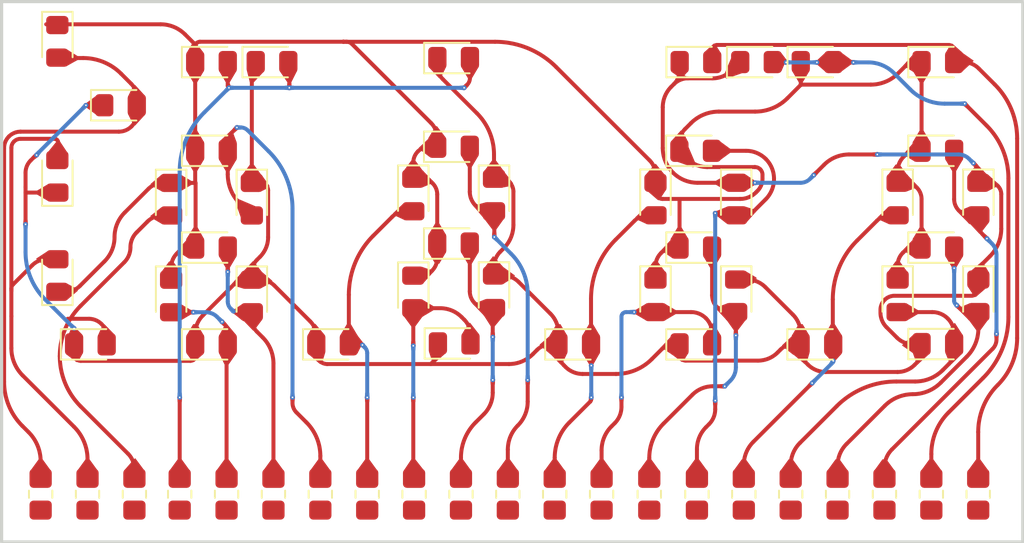
<source format=kicad_pcb>
(kicad_pcb (version 20221018) (generator pcbnew)
  (layers (0 "F.Cu" signal) (31 "B.Cu" signal) (34 "B.Paste" user) (35 "F.Paste" user) (36 "B.SilkS" user "B.Silkscreen") (37 "F.SilkS" user "F.Silkscreen") (38 "B.Mask" user) (39 "F.Mask" user) (44 "Edge.Cuts" user))
  (net 0 "")
  (net 1 "Net-(D5-A)")
  (net 2 "Net-(D10-A)")
  (net 3 "Net-(D18-A)")
  (net 4 "Net-(D26-A)")
  (net 5 "Net-(D27-A)")
  (net 6 "Net-(D32-A)")
  (net 7 "Net-(D33-A)")
  (net 8 "Net-(J1-Pin_10)")
  (net 9 "Net-(J1-Pin_22)")
  (net 10 "Net-(J1-Pin_21)")
  (net 11 "Net-(J1-Pin_20)")
  (net 12 "Net-(J1-Pin_19)")
  (net 13 "Net-(J1-Pin_18)")
  (net 14 "Net-(J1-Pin_17)")
  (net 15 "Net-(J1-Pin_16)")
  (net 16 "Net-(J1-Pin_15)")
  (net 17 "Net-(J1-Pin_14)")
  (net 18 "Net-(J1-Pin_13)")
  (net 19 "Net-(J1-Pin_12)")
  (net 20 "Net-(J1-Pin_11)")
  (net 21 "Net-(J1-Pin_9)")
  (net 22 "Net-(J1-Pin_8)")
  (net 23 "Net-(J1-Pin_7)")
  (net 24 "Net-(J1-Pin_6)")
  (net 25 "Net-(J1-Pin_5)")
  (net 26 "Net-(J1-Pin_4)")
  (net 27 "Net-(J1-Pin_3)")
  (net 28 "Net-(J1-Pin_2)")
  (net 29 "/TopGround")
  (net 30 "/BottomGround")
  (net 31 "Net-(D28-A)")
  (net 32 "Net-(D1-A)")
  (net 33 "Net-(D2-A)")
  (net 34 "Net-(D4-A)")
  (net 35 "Net-(D8-A)")
  (net 36 "Net-(D11-A)")
  (net 37 "Net-(D12-A)")
  (net 38 "Net-(D16-A)")
  (net 39 "Net-(D19-A)")
  (net 40 "Net-(D20-A)")
  (net 41 "Net-(D24-A)")
  (net 42 "/kHz{slash}Hz{slash}dB")
  (net 43 "/Low Battery {slash} Negative")
  (net 44 "/HalfDigit")
  (footprint "LED_SMD:LED_0805_2012Metric_Pad1.15x1.40mm_HandSolder" (layer "F.Cu") (at 182.88 70.349 -90)
    (fp_text reference "D15" hide)
    (fp_text value "8B")
  )
  (footprint "LED_SMD:LED_0805_2012Metric_Pad1.15x1.40mm_HandSolder" (layer "F.Cu") (at 165.1 73.66)
    (fp_text reference "D7" hide)
    (fp_text value "8A")
  )
  (footprint "LED_SMD:LED_0805_2012Metric_Pad1.15x1.40mm_HandSolder" (layer "F.Cu") (at 155.4 63.075 90)
    (fp_text reference "D41" hide)
    (fp_text value "Half")
  )
  (footprint "LED_SMD:LED_0805_2012Metric_Pad1.15x1.40mm_HandSolder" (layer "F.Cu") (at 180.375 73.6)
    (fp_text reference "D13" hide)
    (fp_text value "8A")
  )
  (footprint "LED_SMD:LED_0805_2012Metric_Pad1.15x1.40mm_HandSolder" (layer "F.Cu") (at 198.12 64.507 -90)
    (fp_text reference "D22" hide)
    (fp_text value "8C")
  )
  (footprint "Resistor_SMD:R_0805_2012Metric_Pad1.20x1.40mm_HandSolder" (layer "F.Cu") (at 157.3 83.1 90)
    (fp_text reference "R6" hide)
    (fp_text value "R")
  )
  (footprint "LED_SMD:LED_0805_2012Metric_Pad1.15x1.40mm_HandSolder" (layer "F.Cu") (at 167.64 64.516 -90)
    (fp_text reference "D3" hide)
    (fp_text value "8C")
  )
  (footprint "LED_SMD:LED_0805_2012Metric_Pad1.15x1.40mm_HandSolder" (layer "F.Cu") (at 165.1 55.88)
    (fp_text reference "D39" hide)
    (fp_text value "kHz")
  )
  (footprint "LED_SMD:LED_0805_2012Metric_Pad1.15x1.40mm_HandSolder" (layer "F.Cu") (at 198.12 70.603 -90)
    (fp_text reference "D23" hide)
    (fp_text value "8B")
  )
  (footprint "Resistor_SMD:R_0805_2012Metric_Pad1.20x1.40mm_HandSolder" (layer "F.Cu") (at 207.45 83.1 90)
    (fp_text reference "R38" hide)
    (fp_text value "R")
  )
  (footprint "Resistor_SMD:R_0805_2012Metric_Pad1.20x1.40mm_HandSolder" (layer "F.Cu") (at 201.55 83.1 90)
    (fp_text reference "R34" hide)
    (fp_text value "R")
  )
  (footprint "LED_SMD:LED_0805_2012Metric_Pad1.15x1.40mm_HandSolder" (layer "F.Cu") (at 195.571 61.468)
    (fp_text reference "D19" hide)
    (fp_text value "8C")
  )
  (footprint "LED_SMD:LED_0805_2012Metric_Pad1.15x1.40mm_HandSolder" (layer "F.Cu") (at 210.811 67.564)
    (fp_text reference "D28" hide)
    (fp_text value "8B")
  )
  (footprint "LED_SMD:LED_0805_2012Metric_Pad1.15x1.40mm_HandSolder" (layer "F.Cu") (at 199.399 55.88)
    (fp_text reference "D34" hide)
    (fp_text value "Tone")
  )
  (footprint "LED_SMD:LED_0805_2012Metric_Pad1.15x1.40mm_HandSolder" (layer "F.Cu") (at 157.48 73.66)
    (fp_text reference "D44" hide)
    (fp_text value ".1")
  )
  (footprint "LED_SMD:LED_0805_2012Metric_Pad1.15x1.40mm_HandSolder" (layer "F.Cu") (at 213.36 70.603 -90)
    (fp_text reference "D31" hide)
    (fp_text value "8B")
  )
  (footprint "LED_SMD:LED_0805_2012Metric_Pad1.15x1.40mm_HandSolder" (layer "F.Cu") (at 165.1 67.564)
    (fp_text reference "D4" hide)
    (fp_text value "8B")
  )
  (footprint "LED_SMD:LED_0805_2012Metric_Pad1.15x1.40mm_HandSolder" (layer "F.Cu") (at 155.4 69.325 90)
    (fp_text reference "D43" hide)
    (fp_text value "Half")
  )
  (footprint "Resistor_SMD:R_0805_2012Metric_Pad1.20x1.40mm_HandSolder" (layer "F.Cu") (at 210.4 83.1 90)
    (fp_text reference "R40" hide)
    (fp_text value "R")
  )
  (footprint "LED_SMD:LED_0805_2012Metric_Pad1.15x1.40mm_HandSolder" (layer "F.Cu") (at 180.331 61.214)
    (fp_text reference "D11" hide)
    (fp_text value "8C")
  )
  (footprint "LED_SMD:LED_0805_2012Metric_Pad1.15x1.40mm_HandSolder" (layer "F.Cu") (at 210.811 61.468)
    (fp_text reference "D27" hide)
    (fp_text value "8C")
  )
  (footprint "LED_SMD:LED_0805_2012Metric_Pad1.15x1.40mm_HandSolder" (layer "F.Cu") (at 203.209 55.88)
    (fp_text reference "D33" hide)
    (fp_text value "REL")
  )
  (footprint "Resistor_SMD:R_0805_2012Metric_Pad1.20x1.40mm_HandSolder" (layer "F.Cu") (at 177.85 83.1 90)
    (fp_text reference "R18" hide)
    (fp_text value "R")
  )
  (footprint "Resistor_SMD:R_0805_2012Metric_Pad1.20x1.40mm_HandSolder" (layer "F.Cu") (at 169 83.1 90)
    (fp_text reference "R12" hide)
    (fp_text value "R")
  )
  (footprint "Resistor_SMD:R_0805_2012Metric_Pad1.20x1.40mm_HandSolder" (layer "F.Cu") (at 204.5 83.1 90)
    (fp_text reference "R36" hide)
    (fp_text value "R")
  )
  (footprint "LED_SMD:LED_0805_2012Metric_Pad1.15x1.40mm_HandSolder" (layer "F.Cu") (at 180.34 55.626)
    (fp_text reference "D36" hide)
    (fp_text value "dB")
  )
  (footprint "LED_SMD:LED_0805_2012Metric_Pad1.15x1.40mm_HandSolder" (layer "F.Cu") (at 177.8 64.253 -90)
    (fp_text reference "D9" hide)
    (fp_text value ".1")
  )
  (footprint "LED_SMD:LED_0805_2012Metric_Pad1.15x1.40mm_HandSolder" (layer "F.Cu") (at 159.375 58.6)
    (fp_text reference "D42" hide)
    (fp_text value "NEG")
  )
  (footprint "LED_SMD:LED_0805_2012Metric_Pad1.15x1.40mm_HandSolder" (layer "F.Cu") (at 193.04 70.603 -90)
    (fp_text reference "D18" hide)
    (fp_text value "8A")
  )
  (footprint "Resistor_SMD:R_0805_2012Metric_Pad1.20x1.40mm_HandSolder" (layer "F.Cu") (at 160.25 83.1 90)
    (fp_text reference "R8" hide)
    (fp_text value "R")
  )
  (footprint "LED_SMD:LED_0805_2012Metric_Pad1.15x1.40mm_HandSolder" (layer "F.Cu") (at 167.64 70.612 -90)
    (fp_text reference "D6" hide)
    (fp_text value "8B")
  )
  (footprint "Resistor_SMD:R_0805_2012Metric_Pad1.20x1.40mm_HandSolder" (layer "F.Cu") (at 198.6 83.1 90)
    (fp_text reference "R32" hide)
    (fp_text value "R")
  )
  (footprint "LED_SMD:LED_0805_2012Metric_Pad1.15x1.40mm_HandSolder" (layer "F.Cu") (at 203.2 73.66)
    (fp_text reference "D24" hide)
    (fp_text value ".1")
  )
  (footprint "LED_SMD:LED_0805_2012Metric_Pad1.15x1.40mm_HandSolder" (layer "F.Cu") (at 155.4 54.575 -90)
    (fp_text reference "D40" hide)
    (fp_text value "LO BAT")
  )
  (footprint "Resistor_SMD:R_0805_2012Metric_Pad1.20x1.40mm_HandSolder" (layer "F.Cu") (at 189.65 83.1 90)
    (fp_text reference "R1" hide)
    (fp_text value "R")
  )
  (footprint "LED_SMD:LED_0805_2012Metric_Pad1.15x1.40mm_HandSolder" (layer "F.Cu") (at 210.811 55.88)
    (fp_text reference "D32" hide)
    (fp_text value "CONT")
  )
  (footprint "LED_SMD:LED_0805_2012Metric_Pad1.15x1.40mm_HandSolder" (layer "F.Cu") (at 165.1 61.468)
    (fp_text reference "D2" hide)
    (fp_text value "8C")
  )
  (footprint "Resistor_SMD:R_0805_2012Metric_Pad1.20x1.40mm_HandSolder" (layer "F.Cu") (at 166.05 83.1 90)
    (fp_text reference "R10" hide)
    (fp_text value "R")
  )
  (footprint "LED_SMD:LED_0805_2012Metric_Pad1.15x1.40mm_HandSolder" (layer "F.Cu") (at 195.589 55.88)
    (fp_text reference "D35" hide)
    (fp_text value "Bar")
  )
  (footprint "LED_SMD:LED_0805_2012Metric_Pad1.15x1.40mm_HandSolder" (layer "F.Cu") (at 195.58 67.564)
    (fp_text reference "D20" hide)
    (fp_text value "8B")
  )
  (footprint "LED_SMD:LED_0805_2012Metric_Pad1.15x1.40mm_HandSolder" (layer "F.Cu") (at 195.58 73.66)
    (fp_text reference "D21" hide)
    (fp_text value "8A")
  )
  (footprint "Resistor_SMD:R_0805_2012Metric_Pad1.20x1.40mm_HandSolder" (layer "F.Cu") (at 213.35 83.1 90)
    (fp_text reference "R42" hide)
    (fp_text value "R")
  )
  (footprint "Resistor_SMD:R_0805_2012Metric_Pad1.20x1.40mm_HandSolder" (layer "F.Cu") (at 192.65 83.1 90)
    (fp_text reference "R28" hide)
    (fp_text value "R")
  )
  (footprint "LED_SMD:LED_0805_2012Metric_Pad1.15x1.40mm_HandSolder" (layer "F.Cu") (at 172.72 73.66)
    (fp_text reference "D8" hide)
    (fp_text value ".1")
  )
  (footprint "LED_SMD:LED_0805_2012Metric_Pad1.15x1.40mm_HandSolder" (layer "F.Cu") (at 182.88 64.253 -90)
    (fp_text reference "D14" hide)
    (fp_text value "8C")
  )
  (footprint "LED_SMD:LED_0805_2012Metric_Pad1.15x1.40mm_HandSolder" (layer "F.Cu") (at 208.28 70.603 -90)
    (fp_text reference "D26" hide)
    (fp_text value "8A")
  )
  (footprint "Resistor_SMD:R_0805_2012Metric_Pad1.20x1.40mm_HandSolder" (layer "F.Cu") (at 180.8 83.1 90)
    (fp_text reference "R20" hide)
    (fp_text value "R")
  )
  (footprint "Resistor_SMD:R_0805_2012Metric_Pad1.20x1.40mm_HandSolder" (layer "F.Cu") (at 171.95 83.1 90)
    (fp_text reference "R14" hide)
    (fp_text value "R")
  )
  (footprint "LED_SMD:LED_0805_2012Metric_Pad1.15x1.40mm_HandSolder" (layer "F.Cu") (at 162.56 70.612 -90)
    (fp_text reference "D5" hide)
    (fp_text value "8A")
  )
  (footprint "Resistor_SMD:R_0805_2012Metric_Pad1.20x1.40mm_HandSolder" (layer "F.Cu") (at 174.9 83.1 90)
    (fp_text reference "R16" hide)
    (fp_text value "R")
  )
  (footprint "Resistor_SMD:R_0805_2012Metric_Pad1.20x1.40mm_HandSolder" (layer "F.Cu") (at 183.75 83.1 90)
    (fp_text reference "R22" hide)
    (fp_text value "R")
  )
  (footprint "LED_SMD:LED_0805_2012Metric_Pad1.15x1.40mm_HandSolder" (layer "F.Cu") (at 208.28 64.507 -90)
    (fp_text reference "D25" hide)
    (fp_text value ".1")
  )
  (footprint "LED_SMD:LED_0805_2012Metric_Pad1.15x1.40mm_HandSolder" (layer "F.Cu") (at 187.96 73.66)
    (fp_text reference "D16" hide)
    (fp_text value ".1")
  )
  (footprint "LED_SMD:LED_0805_2012Metric_Pad1.15x1.40mm_HandSolder" (layer "F.Cu") (at 193.04 64.507 -90)
    (fp_text reference "D17" hide)
    (fp_text value ".1")
  )
  (footprint "LED_SMD:LED_0805_2012Metric_Pad1.15x1.40mm_HandSolder" (layer "F.Cu") (at 213.36 64.507 -90)
    (fp_text reference "D30" hide)
    (fp_text value "8C")
  )
  (footprint "LED_SMD:LED_0805_2012Metric_Pad1.15x1.40mm_HandSolder" (layer "F.Cu") (at 180.331 67.31)
    (fp_text reference "D12" hide)
    (fp_text value "8B")
  )
  (footprint "LED_SMD:LED_0805_2012Metric_Pad1.15x1.40mm_HandSolder" (layer "F.Cu") (at 162.56 64.516 -90)
    (fp_text reference "D1" hide)
    (fp_text value ".1")
  )
  (footprint "Resistor_SMD:R_0805_2012Metric_Pad1.20x1.40mm_HandSolder" (layer "F.Cu") (at 186.7 83.1 90)
    (fp_text reference "R24" hide)
    (fp_text value "R")
  )
  (footprint "LED_SMD:LED_0805_2012Metric_Pad1.15x1.40mm_HandSolder" (layer "F.Cu") (at 168.91 55.88)
    (fp_text reference "D38" hide)
    (fp_text value "Hz")
  )
  (footprint "Resistor_SMD:R_0805_2012Metric_Pad1.20x1.40mm_HandSolder" (layer "F.Cu") (at 163.1 83.1 90)
    (fp_text reference "R2" hide)
    (fp_text value "R")
  )
  (footprint "Resistor_SMD:R_0805_2012Metric_Pad1.20x1.40mm_HandSolder" (layer "F.Cu") (at 195.65 83.1 90)
    (fp_text reference "R30" hide)
    (fp_text value "R")
  )
  (footprint "LED_SMD:LED_0805_2012Metric_Pad1.15x1.40mm_HandSolder" (layer "F.Cu") (at 210.811 73.642)
    (fp_text reference "D29" hide)
    (fp_text value "8A")
  )
  (footprint "LED_SMD:LED_0805_2012Metric_Pad1.15x1.40mm_HandSolder" (layer "F.Cu") (at 177.8 70.358 -90)
    (fp_text reference "D10" hide)
    (fp_text value "8A")
  )
  (footprint "Resistor_SMD:R_0805_2012Metric_Pad1.20x1.40mm_HandSolder" (layer "F.Cu") (at 154.35 83.1 90)
    (fp_text reference "R4" hide)
    (fp_text value "R" hide)
  )
  (gr_rect (start 151.892 52.07) (end 216.154 86.106) (stroke (width 0.2)) (fill none) (layer "Edge.Cuts"))
  (segment (start 166.05 73.788033) (end 166.05 82.1) (width 0.25) (layer "F.Cu") (net 1))
  (segment (start 165.94375 72.41875) (end 165.7625 72.2375) (width 0.25) (layer "F.Cu") (net 1))
  (segment (start 163.963 71.637) (end 162.56 71.637) (width 0.25) (layer "F.Cu") (net 1))
  (segment (start 166.125 72.856326) (end 166.125 73.606966) (width 0.25) (layer "F.Cu") (net 1))
  (via micro (at 165.7625 72.2375) (size 0.3) (drill 0.1) (layers "F.Cu" "B.Cu") (net 1))
  (via micro (at 163.963 71.637) (size 0.3) (drill 0.1) (layers "F.Cu" "B.Cu") (net 1))
  (arc (start 166.0875 73.6975) (mid 166.059745 73.739036) (end 166.05 73.788033) (width 0.25) (layer "F.Cu") (net 1))
  (arc (start 166.125 73.606966) (mid 166.115254 73.655962) (end 166.0875 73.6975) (width 0.25) (layer "F.Cu") (net 1))
  (arc (start 165.94375 72.41875) (mid 166.077894 72.619511) (end 166.125 72.856326) (width 0.25) (layer "F.Cu") (net 1))
  (segment (start 163.963 71.637) (end 164.737382 71.637) (width 0.25) (layer "B.Cu") (net 1))
  (segment (start 165.7625 72.2375) (end 165.46225 71.93725) (width 0.25) (layer "B.Cu") (net 1))
  (arc (start 165.46225 71.93725) (mid 165.129677 71.715032) (end 164.737382 71.637) (width 0.25) (layer "B.Cu") (net 1))
  (segment (start 177.8 73.75) (end 177.8 71.383) (width 0.25) (layer "F.Cu") (net 2))
  (segment (start 180.8415 71.9415) (end 181.011091 72.111091) (width 0.25) (layer "F.Cu") (net 2))
  (segment (start 179.493161 71.383) (end 177.8 71.383) (width 0.25) (layer "F.Cu") (net 2))
  (segment (start 177.825 82.075) (end 177.85 82.1) (width 0.25) (layer "F.Cu") (net 2))
  (segment (start 181.4 73.05) (end 181.4 73.6) (width 0.25) (layer "F.Cu") (net 2))
  (segment (start 177.8 77) (end 177.8 82.014644) (width 0.25) (layer "F.Cu") (net 2))
  (via micro (at 177.8 77) (size 0.3) (drill 0.1) (layers "F.Cu" "B.Cu") (net 2))
  (via micro (at 177.8 73.75) (size 0.3) (drill 0.1) (layers "F.Cu" "B.Cu") (net 2))
  (arc (start 177.8 82.014644) (mid 177.806497 82.047308) (end 177.825 82.075) (width 0.25) (layer "F.Cu") (net 2))
  (arc (start 180.8415 71.9415) (mid 180.222876 71.528149) (end 179.493161 71.383) (width 0.25) (layer "F.Cu") (net 2))
  (arc (start 181.011091 72.111091) (mid 181.298925 72.541866) (end 181.4 73.05) (width 0.25) (layer "F.Cu") (net 2))
  (segment (start 177.8 77) (end 177.8 73.75) (width 0.25) (layer "B.Cu") (net 2))
  (segment (start 195.278578 71.628) (end 193.04 71.628) (width 0.25) (layer "F.Cu") (net 3))
  (segment (start 191.7 71.628) (end 193.04 71.628) (width 0.25) (layer "F.Cu") (net 3))
  (segment (start 196.605 72.954421) (end 196.605 73.66) (width 0.25) (layer "F.Cu") (net 3))
  (segment (start 190.475735 78.624264) (end 190.275 78.825) (width 0.25) (layer "F.Cu") (net 3))
  (segment (start 189.65 80.333883) (end 189.65 82.1) (width 0.25) (layer "F.Cu") (net 3))
  (segment (start 190.9 77.6) (end 190.9 77) (width 0.25) (layer "F.Cu") (net 3))
  (via micro (at 191.7 71.628) (size 0.3) (drill 0.1) (layers "F.Cu" "B.Cu") (net 3))
  (via micro (at 190.9 77) (size 0.3) (drill 0.1) (layers "F.Cu" "B.Cu") (net 3))
  (arc (start 190.275 78.825) (mid 189.812432 79.517281) (end 189.65 80.333883) (width 0.25) (layer "F.Cu") (net 3))
  (arc (start 196.2165 72.0165) (mid 196.504032 72.446822) (end 196.605 72.954421) (width 0.25) (layer "F.Cu") (net 3))
  (arc (start 190.9 77.6) (mid 190.789737 78.154327) (end 190.475735 78.624264) (width 0.25) (layer "F.Cu") (net 3))
  (arc (start 196.2165 72.0165) (mid 195.786177 71.728967) (end 195.278578 71.628) (width 0.25) (layer "F.Cu") (net 3))
  (segment (start 190.9 71.921622) (end 190.9 77) (width 0.25) (layer "B.Cu") (net 3))
  (segment (start 191.193622 71.628) (end 191.7 71.628) (width 0.25) (layer "B.Cu") (net 3))
  (arc (start 190.986 71.714) (mid 190.92235 71.809257) (end 190.9 71.921622) (width 0.25) (layer "B.Cu") (net 3))
  (arc (start 191.193622 71.628) (mid 191.081257 71.65035) (end 190.986 71.714) (width 0.25) (layer "B.Cu") (net 3))
  (segment (start 211.836 73.181) (end 211.836 74.103) (width 0.25) (layer "F.Cu") (net 4))
  (segment (start 210.456657 71.628) (end 208.28 71.628) (width 0.25) (layer "F.Cu") (net 4))
  (segment (start 209.384594 76) (end 208.2 76) (width 0.25) (layer "F.Cu") (net 4))
  (segment (start 211.836 73.181) (end 211.836 73.007342) (width 0.25) (layer "F.Cu") (net 4))
  (segment (start 211.117999 75.281999) (end 211.510023 74.889976) (width 0.25) (layer "F.Cu") (net 4))
  (segment (start 201.55 81.275) (end 201.55 82.1) (width 0.25) (layer "F.Cu") (net 4))
  (segment (start 202.133362 79.866636) (end 204.444365 77.555634) (width 0.25) (layer "F.Cu") (net 4))
  (arc (start 211.836 74.103) (mid 211.751281 74.528908) (end 211.510023 74.889976) (width 0.25) (layer "F.Cu") (net 4))
  (arc (start 208.2 76) (mid 206.167465 76.404296) (end 204.444365 77.555634) (width 0.25) (layer "F.Cu") (net 4))
  (arc (start 211.432 72.032) (mid 211.731003 72.47949) (end 211.836 73.007342) (width 0.25) (layer "F.Cu") (net 4))
  (arc (start 202.133362 79.866636) (mid 201.70161 80.512799) (end 201.55 81.275) (width 0.25) (layer "F.Cu") (net 4))
  (arc (start 211.117999 75.281999) (mid 210.322706 75.813397) (end 209.384594 76) (width 0.25) (layer "F.Cu") (net 4))
  (arc (start 211.432 72.032) (mid 210.984508 71.732996) (end 210.456657 71.628) (width 0.25) (layer "F.Cu") (net 4))
  (segment (start 211.836 64.514564) (end 211.836 61.468) (width 0.25) (layer "F.Cu") (net 5))
  (segment (start 214.5 73.35) (end 214.5 73) (width 0.25) (layer "F.Cu") (net 5))
  (segment (start 213.36 65.996) (end 213.36 66.078162) (width 0.25) (layer "F.Cu") (net 5))
  (segment (start 214.252512 73.947487) (end 207.927297 80.272702) (width 0.25) (layer "F.Cu") (net 5))
  (segment (start 207.45 81.425) (end 207.45 82.1) (width 0.25) (layer "F.Cu") (net 5))
  (segment (start 212.896 65.532) (end 212.853435 65.532) (width 0.25) (layer "F.Cu") (net 5))
  (segment (start 213.63 66.73) (end 213.9 67) (width 0.25) (layer "F.Cu") (net 5))
  (via micro (at 214.5 73) (size 0.3) (drill 0.1) (layers "F.Cu" "B.Cu") (net 5))
  (via micro (at 213.9 67) (size 0.3) (drill 0.1) (layers "F.Cu" "B.Cu") (net 5))
  (arc (start 214.5 73.35) (mid 214.435679 73.673357) (end 214.252512 73.947487) (width 0.25) (layer "F.Cu") (net 5))
  (arc (start 211.836 64.514564) (mid 211.913447 64.90392) (end 212.134 65.234) (width 0.25) (layer "F.Cu") (net 5))
  (arc (start 207.927297 80.272702) (mid 207.574045 80.801381) (end 207.45 81.425) (width 0.25) (layer "F.Cu") (net 5))
  (arc (start 212.134 65.234) (mid 212.464079 65.454552) (end 212.853435 65.532) (width 0.25) (layer "F.Cu") (net 5))
  (arc (start 213.36 65.996) (mid 213.224097 65.667902) (end 212.896 65.532) (width 0.25) (layer "F.Cu") (net 5))
  (arc (start 213.36 66.078162) (mid 213.43017 66.430934) (end 213.63 66.73) (width 0.25) (layer "F.Cu") (net 5))
  (segment (start 214.5 73) (end 214.5 68.024264) (width 0.25) (layer "B.Cu") (net 5))
  (segment (start 214.2 67.3) (end 213.9 67) (width 0.25) (layer "B.Cu") (net 5))
  (arc (start 214.2 67.3) (mid 214.422032 67.632295) (end 214.5 68.024264) (width 0.25) (layer "B.Cu") (net 5))
  (segment (start 212.272 55.88) (end 212.408 55.88) (width 0.25) (layer "F.Cu") (net 6))
  (segment (start 215.8 60.694041) (end 215.8 73.267588) (width 0.25) (layer "F.Cu") (net 6))
  (segment (start 196.614 55.117521) (end 196.614 55.88) (width 0.25) (layer "F.Cu") (net 6))
  (segment (start 196.931521 54.8) (end 211.480921 54.8) (width 0.25) (layer "F.Cu") (net 6))
  (segment (start 211.836 55.155078) (end 211.836 55.444) (width 0.25) (layer "F.Cu") (net 6))
  (segment (start 214.39 57.29) (end 213.384465 56.284465) (width 0.25) (layer "F.Cu") (net 6))
  (segment (start 213.35 79.182411) (end 213.35 82.1) (width 0.25) (layer "F.Cu") (net 6))
  (arc (start 211.836 55.444) (mid 211.963701 55.752298) (end 212.272 55.88) (width 0.25) (layer "F.Cu") (net 6))
  (arc (start 214.39 57.29) (mid 215.433552 58.851787) (end 215.8 60.694041) (width 0.25) (layer "F.Cu") (net 6))
  (arc (start 211.732 54.904) (mid 211.616804 54.827028) (end 211.480921 54.8) (width 0.25) (layer "F.Cu") (net 6))
  (arc (start 215.8 73.267588) (mid 215.481632 74.868127) (end 214.575 76.225) (width 0.25) (layer "F.Cu") (net 6))
  (arc (start 214.575 76.225) (mid 213.668367 77.581871) (end 213.35 79.182411) (width 0.25) (layer "F.Cu") (net 6))
  (arc (start 196.931521 54.8) (mid 196.810011 54.824169) (end 196.707 54.893) (width 0.25) (layer "F.Cu") (net 6))
  (arc (start 211.732 54.904) (mid 211.808971 55.019195) (end 211.836 55.155078) (width 0.25) (layer "F.Cu") (net 6))
  (arc (start 196.707 54.893) (mid 196.638169 54.996011) (end 196.614 55.117521) (width 0.25) (layer "F.Cu") (net 6))
  (arc (start 213.384465 56.284465) (mid 212.936459 55.985117) (end 212.408 55.88) (width 0.25) (layer "F.Cu") (net 6))
  (segment (start 204.199857 55.9) (end 203.2 55.9) (width 0.25) (layer "F.Cu") (net 7))
  (segment (start 210.4 80.568198) (end 210.4 82.1) (width 0.25) (layer "F.Cu") (net 7))
  (segment (start 215.25 63.194543) (end 215.25 71.932432) (width 0.25) (layer "F.Cu") (net 7))
  (segment (start 201.225357 55.88) (end 200.424 55.88) (width 0.25) (layer "F.Cu") (net 7))
  (segment (start 213.656207 75.780188) (end 211.483147 77.953248) (width 0.25) (layer "F.Cu") (net 7))
  (segment (start 205.49 55.89) (end 205.5 55.9) (width 0.25) (layer "F.Cu") (net 7))
  (segment (start 213.875 59.875) (end 212.5 58.5) (width 0.25) (layer "F.Cu") (net 7))
  (segment (start 205.465857 55.88) (end 204.248142 55.88) (width 0.25) (layer "F.Cu") (net 7))
  (segment (start 201.2495 55.89) (end 201.2595 55.9) (width 0.25) (layer "F.Cu") (net 7))
  (via micro (at 203.2 55.9) (size 0.3) (drill 0.1) (layers "F.Cu" "B.Cu") (net 7))
  (via micro (at 205.5 55.9) (size 0.3) (drill 0.1) (layers "F.Cu" "B.Cu") (net 7))
  (via micro (at 201.2595 55.9) (size 0.3) (drill 0.1) (layers "F.Cu" "B.Cu") (net 7))
  (via micro (at 212.5 58.5) (size 0.3) (drill 0.1) (layers "F.Cu" "B.Cu") (net 7))
  (arc (start 211.483147 77.953248) (mid 210.6815 79.152997) (end 210.4 80.568198) (width 0.25) (layer "F.Cu") (net 7))
  (arc (start 204.224 55.89) (mid 204.212923 55.897401) (end 204.199857 55.9) (width 0.25) (layer "F.Cu") (net 7))
  (arc (start 215.25 71.932432) (mid 214.835786 74.014822) (end 213.656207 75.780188) (width 0.25) (layer "F.Cu") (net 7))
  (arc (start 204.248142 55.88) (mid 204.235076 55.882598) (end 204.224 55.89) (width 0.25) (layer "F.Cu") (net 7))
  (arc (start 205.49 55.89) (mid 205.478923 55.882598) (end 205.465857 55.88) (width 0.25) (layer "F.Cu") (net 7))
  (arc (start 213.875 59.875) (mid 214.892649 61.398019) (end 215.25 63.194543) (width 0.25) (layer "F.Cu") (net 7))
  (arc (start 201.2495 55.89) (mid 201.238423 55.882598) (end 201.225357 55.88) (width 0.25) (layer "F.Cu") (net 7))
  (segment (start 201.2595 55.9) (end 203.2 55.9) (width 0.25) (layer "B.Cu") (net 7))
  (segment (start 211.235876 58.5) (end 212.5 58.5) (width 0.25) (layer "B.Cu") (net 7))
  (segment (start 206.435876 55.9) (end 205.5 55.9) (width 0.25) (layer "B.Cu") (net 7))
  (segment (start 209.077881 57.606129) (end 208.033516 56.561764) (width 0.25) (layer "B.Cu") (net 7))
  (arc (start 209.077881 57.606129) (mid 210.067977 58.26769) (end 211.235876 58.5) (width 0.25) (layer "B.Cu") (net 7))
  (arc (start 208.033516 56.561764) (mid 207.300512 56.071986) (end 206.435876 55.9) (width 0.25) (layer "B.Cu") (net 7))
  (segment (start 161.137415 63.862584) (end 159.636396 65.363603) (width 0.25) (layer "F.Cu") (net 29))
  (segment (start 162.927999 67.931999) (end 163.020581 67.839418) (width 0.25) (layer "F.Cu") (net 29))
  (segment (start 209.403 55.88) (end 209.786 55.88) (width 0.25) (layer "F.Cu") (net 29))
  (segment (start 163.4375 54.1375) (end 163.9875 54.6875) (width 0.25) (layer "F.Cu") (net 29))
  (segment (start 177.8 62.214364) (end 177.8 62.764) (width 0.25) (layer "F.Cu") (net 29))
  (segment (start 202.184 57.292) (end 202.184 55.88) (width 0.25) (layer "F.Cu") (net 29))
  (segment (start 194.555 67.1545) (end 194.555 64.6) (width 0.25) (layer "F.Cu") (net 29))
  (segment (start 193.04 62.961) (end 193.04 63.482) (width 0.25) (layer "F.Cu") (net 29))
  (segment (start 208.76542 61.734579) (end 208.656 61.844) (width 0.25) (layer "F.Cu") (net 29))
  (segment (start 178.2335 69.333) (end 177.8 69.333) (width 0.25) (layer "F.Cu") (net 29))
  (segment (start 164.082322 63.491) (end 162.56 63.491) (width 0.25) (layer "F.Cu") (net 29))
  (segment (start 178.264 63.228) (end 178.319292 63.228) (width 0.25) (layer "F.Cu") (net 29))
  (segment (start 206.595908 57.3) (end 202.192 57.3) (width 0.25) (layer "F.Cu") (net 29))
  (segment (start 162.0345 63.491) (end 162.56 63.491) (width 0.25) (layer "F.Cu") (net 29))
  (segment (start 178.800364 61.214) (end 178.846 61.214) (width 0.25) (layer "F.Cu") (net 29))
  (segment (start 162.56 68.82043) (end 162.56 69.587) (width 0.25) (layer "F.Cu") (net 29))
  (segment (start 155.925 70.35) (end 155.4 70.35) (width 0.25) (layer "F.Cu") (net 29))
  (segment (start 173.398292 54.6) (end 173.399707 54.6) (width 0.25) (layer "F.Cu") (net 29))
  (segment (start 178.914262 59.714262) (end 173.941774 54.741774) (width 0.25) (layer "F.Cu") (net 29))
  (segment (start 192.671597 62.071597) (end 186.794792 56.194792) (width 0.25) (layer "F.Cu") (net 29))
  (segment (start 161.898438 53.5) (end 154.7 53.5) (width 0.25) (layer "F.Cu") (net 29))
  (segment (start 208.607999 67.891999) (end 208.635479 67.86452) (width 0.25) (layer "F.Cu") (net 29))
  (segment (start 209.361 67.564) (end 209.786 67.564) (width 0.25) (layer "F.Cu") (net 29))
  (segment (start 193.387999 67.911999) (end 193.446439 67.85356) (width 0.25) (layer "F.Cu") (net 29))
  (segment (start 193.04 64.056152) (end 193.04 63.482) (width 0.25) (layer "F.Cu") (net 29))
  (segment (start 193.04 68.752146) (end 193.04 69.578) (width 0.25) (layer "F.Cu") (net 29))
  (segment (start 209.786 67.564) (end 209.786 64.513092) (width 0.25) (layer "F.Cu") (net 29))
  (segment (start 164.075 54.898743) (end 164.075 55.88) (width 0.25) (layer "F.Cu") (net 29))
  (segment (start 179.306 67.31) (end 179.306 68.242158) (width 0.25) (layer "F.Cu") (net 29))
  (segment (start 209.409 61.468) (end 209.786 61.468) (width 0.25) (layer "F.Cu") (net 29))
  (segment (start 182.947036 54.601) (end 173.400707 54.601) (width 0.25) (layer "F.Cu") (net 29))
  (segment (start 164.373743 54.6) (end 173.398292 54.6) (width 0.25) (layer "F.Cu") (net 29))
  (segment (start 163.6855 67.564) (end 164.057322 67.564) (width 0.25) (layer "F.Cu") (net 29))
  (segment (start 208.28 68.683862) (end 208.28 69.578) (width 0.25) (layer "F.Cu") (net 29))
  (segment (start 179.306 60.754) (end 179.306 60.66) (width 0.25) (layer "F.Cu") (net 29))
  (segment (start 202.178343 57.321656) (end 201.342 58.158) (width 0.25) (layer "F.Cu") (net 29))
  (segment (start 179.306 67.31) (end 179.306 64.214707) (width 0.25) (layer "F.Cu") (net 29))
  (segment (start 197.028133 59) (end 199.309232 59) (width 0.25) (layer "F.Cu") (net 29))
  (segment (start 208.749178 56.150821) (end 208.31 56.59) (width 0.25) (layer "F.Cu") (net 29))
  (segment (start 194.904503 61.826503) (end 195.0585 61.9805) (width 0.25) (layer "F.Cu") (net 29))
  (segment (start 208.28 62.751744) (end 208.28 63.482) (width 0.25) (layer "F.Cu") (net 29))
  (segment (start 196.295784 62.493) (end 199.293595 62.493) (width 0.25) (layer "F.Cu") (net 29))
  (segment (start 164.075 61.468) (end 164.075 55.88) (width 0.25) (layer "F.Cu") (net 29))
  (segment (start 173.399707 54.6) (end 173.5995 54.6) (width 0.25) (layer "F.Cu") (net 29))
  (segment (start 202.184 57.308) (end 202.184 57.292) (width 0.25) (layer "F.Cu") (net 29))
  (segment (start 198.373041 64.5) (end 193.483847 64.5) (width 0.25) (layer "F.Cu") (net 29))
  (segment (start 199.364375 64.089375) (end 199.455475 63.998276) (width 0.25) (layer "F.Cu") (net 29))
  (segment (start 209.786 61.468) (end 209.786 55.88) (width 0.25) (layer "F.Cu") (net 29))
  (segment (start 178.97353 69.026469) (end 178.9865 69.0135) (width 0.25) (layer "F.Cu") (net 29))
  (segment (start 164.1 67.521322) (end 164.1 63.508677) (width 0.25) (layer "F.Cu") (net 29))
  (segment (start 156.82123 69.978768) (end 158.363603 68.436396) (width 0.25) (layer "F.Cu") (net 29))
  (segment (start 199.775 63.226876) (end 199.775 62.974404) (width 0.25) (layer "F.Cu") (net 29))
  (segment (start 208.754907 63.482) (end 208.28 63.482) (width 0.25) (layer "F.Cu") (net 29))
  (segment (start 195.272999 59.726999) (end 194.904503 60.095496) (width 0.25) (layer "F.Cu") (net 29))
  (segment (start 164.075 63.448322) (end 164.075 61.468) (width 0.25) (layer "F.Cu") (net 29))
  (arc (start 202.184 57.308) (mid 202.182529 57.31539) (end 202.178343 57.321656) (width 0.25) (layer "F.Cu") (net 29))
  (arc (start 208.31 56.59) (mid 207.523567 57.115477) (end 206.595908 57.3) (width 0.25) (layer "F.Cu") (net 29))
  (arc (start 164.1 67.521322) (mid 164.096751 67.537654) (end 164.0875 67.5515) (width 0.25) (layer "F.Cu") (net 29))
  (arc (start 201.342 58.158) (mid 200.409358 58.781171) (end 199.309232 59) (width 0.25) (layer "F.Cu") (net 29))
  (arc (start 159 66.9) (mid 158.834605 67.731491) (end 158.363603 68.436396) (width 0.25) (layer "F.Cu") (net 29))
  (arc (start 179.017 63.517) (mid 179.230891 63.83711) (end 179.306 64.214707) (width 0.25) (layer "F.Cu") (net 29))
  (arc (start 197.028133 59) (mid 196.078261 59.18894) (end 195.272999 59.726999) (width 0.25) (layer "F.Cu") (net 29))
  (arc (start 159.636396 65.363603) (mid 159.165393 66.068508) (end 159 66.9) (width 0.25) (layer "F.Cu") (net 29))
  (arc (start 209.403 55.88) (mid 209.049154 55.950384) (end 208.749178 56.150821) (width 0.25) (layer "F.Cu") (net 29))
  (arc (start 202.192 57.3) (mid 202.186343 57.302343) (end 202.184 57.308) (width 0.25) (layer "F.Cu") (net 29))
  (arc (start 163.4375 54.1375) (mid 162.731372 53.66568) (end 161.898438 53.5) (width 0.25) (layer "F.Cu") (net 29))
  (arc (start 178.800364 61.214) (mid 178.417541 61.290148) (end 178.093 61.507) (width 0.25) (layer "F.Cu") (net 29))
  (arc (start 209.361 67.564) (mid 208.968351 67.642102) (end 208.635479 67.86452) (width 0.25) (layer "F.Cu") (net 29))
  (arc (start 202.184 57.292) (mid 202.186343 57.297656) (end 202.192 57.3) (width 0.25) (layer "F.Cu") (net 29))
  (arc (start 178.97353 69.026469) (mid 178.634001 69.253335) (end 178.2335 69.333) (width 0.25) (layer "F.Cu") (net 29))
  (arc (start 164.075 54.898743) (mid 164.052259 54.784419) (end 163.9875 54.6875) (width 0.25) (layer "F.Cu") (net 29))
  (arc (start 164.075 63.448322) (mid 164.078248 63.464654) (end 164.0875 63.4785) (width 0.25) (layer "F.Cu") (net 29))
  (arc (start 193.387999 67.911999) (mid 193.130441 68.297462) (end 193.04 68.752146) (width 0.25) (layer "F.Cu") (net 29))
  (arc (start 195.0585 61.9805) (mid 195.62617 62.359805) (end 196.295784 62.493) (width 0.25) (layer "F.Cu") (net 29))
  (arc (start 164.082322 63.491) (mid 164.089087 63.486479) (end 164.0875 63.4785) (width 0.25) (layer "F.Cu") (net 29))
  (arc (start 163.6855 67.564) (mid 163.325648 67.635578) (end 163.020581 67.839418) (width 0.25) (layer "F.Cu") (net 29))
  (arc (start 164.1 63.508677) (mid 164.094822 63.496177) (end 164.082322 63.491) (width 0.25) (layer "F.Cu") (net 29))
  (arc (start 179.306 60.754) (mid 179.171269 61.079269) (end 178.846 61.214) (width 0.25) (layer "F.Cu") (net 29))
  (arc (start 194.546 60.961) (mid 194.639171 61.429406) (end 194.904503 61.826503) (width 0.25) (layer "F.Cu") (net 29))
  (arc (start 173.3995 54.6005) (mid 173.400053 54.60087) (end 173.400707 54.601) (width 0.25) (layer "F.Cu") (net 29))
  (arc (start 209.484 63.784) (mid 209.149489 63.560487) (end 208.754907 63.482) (width 0.25) (layer "F.Cu") (net 29))
  (arc (start 209.409 61.468) (mid 209.060697 61.537281) (end 208.76542 61.734579) (width 0.25) (layer "F.Cu") (net 29))
  (arc (start 193.17 64.37) (mid 193.313994 64.466214) (end 193.483847 64.5) (width 0.25) (layer "F.Cu") (net 29))
  (arc (start 164.373743 54.6) (mid 164.259419 54.62274) (end 164.1625 54.6875) (width 0.25) (layer "F.Cu") (net 29))
  (arc (start 164.1625 54.6875) (mid 164.09774 54.784419) (end 164.075 54.898743) (width 0.25) (layer "F.Cu") (net 29))
  (arc (start 163.9875 54.6875) (mid 164.075 54.723743) (end 164.1625 54.6875) (width 0.25) (layer "F.Cu") (net 29))
  (arc (start 209.484 63.784) (mid 209.707512 64.11851) (end 209.786 64.513092) (width 0.25) (layer "F.Cu") (net 29))
  (arc (start 193.04 64.056152) (mid 193.073785 64.226005) (end 193.17 64.37) (width 0.25) (layer "F.Cu") (net 29))
  (arc (start 164.0875 63.4785) (mid 164.096751 63.492345) (end 164.1 63.508677) (width 0.25) (layer "F.Cu") (net 29))
  (arc (start 199.364375 64.089375) (mid 198.909547 64.393282) (end 198.373041 64.5) (width 0.25) (layer "F.Cu") (net 29))
  (arc (start 194.904503 60.095496) (mid 194.639171 60.492592) (end 194.546 60.961) (width 0.25) (layer "F.Cu") (net 29))
  (arc (start 162.927999 67.931999) (mid 162.655639 68.339615) (end 162.56 68.82043) (width 0.25) (layer "F.Cu") (net 29))
  (arc (start 156.82123 69.978768) (mid 156.410036 70.253519) (end 155.925 70.35) (width 0.25) (layer "F.Cu") (net 29))
  (arc (start 208.607999 67.891999) (mid 208.365244 68.255309) (end 208.28 68.683862) (width 0.25) (layer "F.Cu") (net 29))
  (arc (start 173.399707 54.6) (mid 173.399436 54.60018) (end 173.3995 54.6005) (width 0.25) (layer "F.Cu") (net 29))
  (arc (start 192.671597 62.071597) (mid 192.944255 62.479658) (end 193.04 62.961) (width 0.25) (layer "F.Cu") (net 29))
  (arc (start 178.914262 59.714262) (mid 179.20419 60.14817) (end 179.306 60.66) (width 0.25) (layer "F.Cu") (net 29))
  (arc (start 177.8 62.764) (mid 177.935902 63.092097) (end 178.264 63.228) (width 0.25) (layer "F.Cu") (net 29))
  (arc (start 173.3995 54.6005) (mid 173.398945 54.600129) (end 173.398292 54.6) (width 0.25) (layer "F.Cu") (net 29))
  (arc (start 199.775 63.226876) (mid 199.691958 63.644354) (end 199.455475 63.998276) (width 0.25) (layer "F.Cu") (net 29))
  (arc (start 162.0345 63.491) (mid 161.549001 63.587571) (end 161.137415 63.862584) (width 0.25) (layer "F.Cu") (net 29))
  (arc (start 173.941774 54.741774) (mid 173.784737 54.636845) (end 173.5995 54.6) (width 0.25) (layer "F.Cu") (net 29))
  (arc (start 199.634 62.634) (mid 199.738355 62.790178) (end 199.775 62.974404) (width 0.25) (layer "F.Cu") (net 29))
  (arc (start 178.093 61.507) (mid 177.876148 61.831541) (end 177.8 62.214364) (width 0.25) (layer "F.Cu") (net 29))
  (arc (start 199.634 62.634) (mid 199.477821 62.529644) (end 199.293595 62.493) (width 0.25) (layer "F.Cu") (net 29))
  (arc (start 194.555 67.1545) (mid 194.43506 67.44406) (end 194.1455 67.564) (width 0.25) (layer "F.Cu") (net 29))
  (arc (start 179.306 68.242158) (mid 179.222964 68.659605) (end 178.9865 69.0135) (width 0.25) (layer "F.Cu") (net 29))
  (arc (start 208.656 61.844) (mid 208.377719 62.260476) (end 208.28 62.751744) (width 0.25) (layer "F.Cu") (net 29))
  (arc (start 164.0875 67.5515) (mid 164.073654 67.560751) (end 164.057322 67.564) (width 0.25) (layer "F.Cu") (net 29))
  (arc (start 179.017 63.517) (mid 178.696888 63.303108) (end 178.319292 63.228) (width 0.25) (layer "F.Cu") (net 29))
  (arc (start 186.794792 56.194792) (mid 185.029426 55.015213) (end 182.947036 54.601) (width 0.25) (layer "F.Cu") (net 29))
  (arc (start 194.1455 67.564) (mid 193.767171 67.639254) (end 193.446439 67.85356) (width 0.25) (layer "F.Cu") (net 29))
  (segment (start 208.237534 73.237534) (end 207.581898 72.581898) (width 0.25) (layer "F.Cu") (net 30))
  (segment (start 202.6375 74.9375) (end 202.463146 74.763146) (width 0.25) (layer "F.Cu") (net 30))
  (segment (start 167.64 63.1155) (end 167.64 56.298241) (width 0.25) (layer "F.Cu") (net 30))
  (segment (start 209.786 74.078) (end 209.786 73.642) (width 0.25) (layer "F.Cu") (net 30))
  (segment (start 213.36 70.156152) (end 213.36 69.578) (width 0.25) (layer "F.Cu") (net 30))
  (segment (start 200.909427 73.990572) (end 200.7275 74.1725) (width 0.25) (layer "F.Cu") (net 30))
  (segment (start 184.1 64.033754) (end 184.1 66.137329) (width 0.25) (layer "F.Cu") (net 30))
  (segment (start 209.477701 74.822298) (end 209.343 74.957) (width 0.25) (layer "F.Cu") (net 30))
  (segment (start 156.455 73.66) (end 156.455 72.655) (width 0.25) (layer "F.Cu") (net 30))
  (segment (start 194.947634 74.685) (end 199.490215 74.685) (width 0.25) (layer "F.Cu") (net 30))
  (segment (start 213.36 69.209) (end 213.36 69.578) (width 0.25) (layer "F.Cu") (net 30))
  (segment (start 199.958125 70.058125) (end 201.685328 71.785328) (width 0.25) (layer "F.Cu") (net 30))
  (segment (start 209.214 73.642) (end 209.786 73.642) (width 0.25) (layer "F.Cu") (net 30))
  (segment (start 184.428465 69.728465) (end 186.431186 71.731186) (width 0.25) (layer "F.Cu") (net 30))
  (segment (start 157.2 58.6) (end 158.35 58.6) (width 0.25) (layer "F.Cu") (net 30))
  (segment (start 199.3 63.482) (end 198.12 63.482) (width 0.25) (layer "F.Cu") (net 30))
  (segment (start 167.7625 56.0025) (end 167.885 55.88) (width 0.25) (layer "F.Cu") (net 30))
  (segment (start 214.079999 68.119999) (end 213.620922 68.579077) (width 0.25) (layer "F.Cu") (net 30))
  (segment (start 194.564 56.3925) (end 194.564 55.88) (width 0.25) (layer "F.Cu") (net 30))
  (segment (start 183.270322 67.829677) (end 183.49 67.61) (width 0.25) (layer "F.Cu") (net 30))
  (segment (start 153.4 66.1) (end 153.4 63.75) (width 0.25) (layer "F.Cu") (net 30))
  (segment (start 207.2 71.4874) (end 207.2 71.659913) (width 0.25) (layer "F.Cu") (net 30))
  (segment (start 202.175 73.2525) (end 202.175 72.9675) (width 0.25) (layer "F.Cu") (net 30))
  (segment (start 153.718197 62.081801) (end 154.050509 61.74949) (width 0.25) (layer "F.Cu") (net 30))
  (segment (start 186.935 73.1725) (end 186.935 74.1475) (width 0.25) (layer "F.Cu") (net 30))
  (segment (start 186.4475 73.66) (end 186.4375 73.66) (width 0.25) (layer "F.Cu") (net 30))
  (segment (start 196.624215 56.905) (end 195.0765 56.905) (width 0.25) (layer "F.Cu") (net 30))
  (segment (start 171.695 73.1275) (end 171.695 73.66) (width 0.25) (layer "F.Cu") (net 30))
  (segment (start 167.64 69.1235) (end 167.64 69.1735) (width 0.25) (layer "F.Cu") (net 30))
  (segment (start 208.0874 70.6) (end 212.916152 70.6) (width 0.25) (layer "F.Cu") (net 30))
  (segment (start 213.205 62.405) (end 213.05 62.25) (width 0.25) (layer "F.Cu") (net 30))
  (segment (start 179.35 74.131801) (end 179.35 73.6) (width 0.25) (layer "F.Cu") (net 30))
  (segment (start 182.88 61.704) (end 182.88 62.854) (width 0.25) (layer "F.Cu") (net 30))
  (segment (start 187.38 75.08) (end 187.279714 74.979714) (width 0.25) (layer "F.Cu") (net 30))
  (segment (start 168.0535 69.587) (end 167.2265 69.587) (width 0.25) (layer "F.Cu") (net 30))
  (segment (start 183.823187 74.9) (end 172.386378 74.9) (width 0.25) (layer "F.Cu") (net 30))
  (segment (start 194.1575 73.66) (end 194.1475 73.66) (width 0.25) (layer "F.Cu") (net 30))
  (segment (start 213.36 62.779203) (end 213.36 63.482) (width 0.25) (layer "F.Cu") (net 30))
  (segment (start 193.5 61.293489) (end 193.5 58.721361) (width 0.25) (layer "F.Cu") (net 30))
  (segment (start 201.7675 73.66) (end 201.7075 73.66) (width 0.25) (layer "F.Cu") (net 30))
  (segment (start 164.075 74.0925) (end 164.075 74.401256) (width 0.25) (layer "F.Cu") (net 30))
  (segment (start 182.88 68.772) (end 182.88 69.324) (width 0.25) (layer "F.Cu") (net 30))
  (segment (start 168.0535 69.587) (end 168.1635 69.587) (width 0.25) (layer "F.Cu") (net 30))
  (segment (start 155.4 64.1) (end 153.4 64.1) (width 0.25) (layer "F.Cu") (net 30))
  (segment (start 156.455 74.281758) (end 156.455 73.66) (width 0.25) (layer "F.Cu") (net 30))
  (segment (start 214.086429 63.482) (end 213.36 63.482) (width 0.25) (layer "F.Cu") (net 30))
  (segment (start 183.254 63.228) (end 183.294245 63.228) (width 0.25) (layer "F.Cu") (net 30))
  (segment (start 183.452 69.324) (end 182.88 69.324) (width 0.25) (layer "F.Cu") (net 30))
  (segment (start 164.075 73.2275) (end 164.075 72.9925) (width 0.25) (layer "F.Cu") (net 30))
  (segment (start 179.664664 56.964664) (end 181.802369 59.102369) (width 0.25) (layer "F.Cu") (net 30))
  (segment (start 154.0945 61.738) (end 154.07825 61.738) (width 0.25) (layer "F.Cu") (net 30))
  (segment (start 185.319999 74.279999) (end 185.588214 74.011785) (width 0.25) (layer "F.Cu") (net 30))
  (segment (start 194.201607 57.267392) (end 194.032 57.437) (width 0.25) (layer "F.Cu") (net 30))
  (segment (start 171.318465 72.218465) (end 169.05717 69.95717) (width 0.25) (layer "F.Cu") (net 30))
  (segment (start 203.754073 75.4) (end 208.273503 75.4) (width 0.25) (layer "F.Cu") (net 30))
  (segment (start 164.075 73.2275) (end 164.075 74.0925) (width 0.25) (layer "F.Cu") (net 30))
  (segment (start 179.125 74.675) (end 178.9 74.9) (width 0.25) (layer "F.Cu") (net 30))
  (segment (start 214.8 66.381766) (end 214.8 64.19557) (width 0.25) (layer "F.Cu") (net 30))
  (segment (start 195.68851 63.482) (end 198.12 63.482) (width 0.25) (layer "F.Cu") (net 30))
  (segment (start 186.935 72.9475) (end 186.935 73.1725) (width 0.25) (layer "F.Cu") (net 30))
  (segment (start 194.555 74.0575) (end 194.555 74.292365) (width 0.25) (layer "F.Cu") (net 30))
  (segment (start 188.454325 75.525) (end 190.556245 75.525) (width 0.25) (layer "F.Cu") (net 30))
  (segment (start 192.807499 74.592499) (end 193.451853 73.948146) (width 0.25) (layer "F.Cu") (net 30))
  (segment (start 153.4 62.85) (end 153.4 63.75) (width 0.25) (layer "F.Cu") (net 30))
  (segment (start 156.873241 74.7) (end 163.776256 74.7) (width 0.25) (layer "F.Cu") (net 30))
  (segment (start 167.967743 68.332256) (end 168.1525 68.1475) (width 0.25) (layer "F.Cu") (net 30))
  (segment (start 168.665 63.958747) (end 168.665 66.910215) (width 0.25) (layer "F.Cu") (net 30))
  (segment (start 197.8615 56.3925) (end 198.374 55.88) (width 0.25) (layer "F.Cu") (net 30))
  (segment (start 179.315 56.1205) (end 179.315 55.626) (width 0.25) (layer "F.Cu") (net 30))
  (segment (start 198.799 69.578) (end 198.12 69.578) (width 0.25) (layer "F.Cu") (net 30))
  (segment (start 203.65 62.35) (end 203 63) (width 0.25) (layer "F.Cu") (net 30))
  (segment (start 202.175 73.2525) (end 202.175 74.0675) (width 0.25) (layer "F.Cu") (net 30))
  (segment (start 205.219238 61.7) (end 207 61.7) (width 0.25) (layer "F.Cu") (net 30))
  (segment (start 171.695 74.208621) (end 171.695 73.66) (width 0.25) (layer "F.Cu") (net 30))
  (segment (start 168.0155 63.491) (end 168.197252 63.491) (width 0.25) (layer "F.Cu") (net 30))
  (segment (start 166.520611 69.879388) (end 164.546993 71.853006) (width 0.25) (layer "F.Cu") (net 30))
  (via micro (at 154.0945 61.738) (size 0.3) (drill 0.1) (layers "F.Cu" "B.Cu") (net 30))
  (via micro (at 203 63) (size 0.3) (drill 0.1) (layers "F.Cu" "B.Cu") (net 30))
  (via micro (at 156.455 72.655) (size 0.3) (drill 0.1) (layers "F.Cu" "B.Cu") (net 30))
  (via micro (at 153.4 66.1) (size 0.3) (drill 0.1) (layers "F.Cu" "B.Cu") (net 30))
  (via micro (at 199.3 63.482) (size 0.3) (drill 0.1) (layers "F.Cu" "B.Cu") (net 30))
  (via micro (at 207 61.7) (size 0.3) (drill 0.1) (layers "F.Cu" "B.Cu") (net 30))
  (via micro (at 213.05 62.25) (size 0.3) (drill 0.1) (layers "F.Cu" "B.Cu") (net 30))
  (via micro (at 157.2 58.6) (size 0.3) (drill 0.1) (layers "F.Cu" "B.Cu") (net 30))
  (arc (start 168.665 66.910215) (mid 168.531805 67.579828) (end 168.1525 68.1475) (width 0.25) (layer "F.Cu") (net 30))
  (arc (start 154.07825 61.738) (mid 154.063236 61.740986) (end 154.050509 61.74949) (width 0.25) (layer "F.Cu") (net 30))
  (arc (start 207.459913 70.859913) (mid 207.267549 71.147806) (end 207.2 71.4874) (width 0.25) (layer "F.Cu") (net 30))
  (arc (start 183.864 63.464) (mid 184.038665 63.725405) (end 184.1 64.033754) (width 0.25) (layer "F.Cu") (net 30))
  (arc (start 194.564 56.3925) (mid 194.714107 56.754892) (end 195.0765 56.905) (width 0.25) (layer "F.Cu") (net 30))
  (arc (start 179.35 74.131801) (mid 179.291524 74.425778) (end 179.125 74.675) (width 0.25) (layer "F.Cu") (net 30))
  (arc (start 167.967743 68.332256) (mid 167.725177 68.695281) (end 167.64 69.1235) (width 0.25) (layer "F.Cu") (net 30))
  (arc (start 209.343 74.957) (mid 208.85231 75.284868) (end 208.273503 75.4) (width 0.25) (layer "F.Cu") (net 30))
  (arc (start 194.201607 57.267392) (mid 194.469817 56.865988) (end 194.564 56.3925) (width 0.25) (layer "F.Cu") (net 30))
  (arc (start 182.88 62.854) (mid 182.989542 63.118457) (end 183.254 63.228) (width 0.25) (layer "F.Cu") (net 30))
  (arc (start 183.270322 67.829677) (mid 182.981441 68.262018) (end 182.88 68.772) (width 0.25) (layer "F.Cu") (net 30))
  (arc (start 213.36 70.156152) (mid 213.326214 70.326005) (end 213.23 70.47) (width 0.25) (layer "F.Cu") (net 30))
  (arc (start 163.9875 74.6125) (mid 163.89058 74.677259) (end 163.776256 74.7) (width 0.25) (layer "F.Cu") (net 30))
  (arc (start 156.5775 74.5775) (mid 156.713187 74.668163) (end 156.873241 74.7) (width 0.25) (layer "F.Cu") (net 30))
  (arc (start 192.807499 74.592499) (mid 191.774615 75.28265) (end 190.556245 75.525) (width 0.25) (layer "F.Cu") (net 30))
  (arc (start 184.1 66.137329) (mid 183.941466 66.934332) (end 183.49 67.61) (width 0.25) (layer "F.Cu") (net 30))
  (arc (start 168.528 63.628) (mid 168.376251 63.526605) (end 168.197252 63.491) (width 0.25) (layer "F.Cu") (net 30))
  (arc (start 201.685328 71.785328) (mid 202.047738 72.327713) (end 202.175 72.9675) (width 0.25) (layer "F.Cu") (net 30))
  (arc (start 167.2265 69.587) (mid 167.518888 69.465888) (end 167.64 69.1735) (width 0.25) (layer "F.Cu") (net 30))
  (arc (start 197.8615 56.3925) (mid 197.293828 56.771805) (end 196.624215 56.905) (width 0.25) (layer "F.Cu") (net 30))
  (arc (start 183.864 63.464) (mid 183.602594 63.289334) (end 183.294245 63.228) (width 0.25) (layer "F.Cu") (net 30))
  (arc (start 186.431186 71.731186) (mid 186.804063 72.289235) (end 186.935 72.9475) (width 0.25) (layer "F.Cu") (net 30))
  (arc (start 181.802369 59.102369) (mid 182.599932 60.296007) (end 182.88 61.704) (width 0.25) (layer "F.Cu") (net 30))
  (arc (start 194.1475 73.66) (mid 193.771018 73.734886) (end 193.451853 73.948146) (width 0.25) (layer "F.Cu") (net 30))
  (arc (start 202.175 74.0675) (mid 202.055646 73.779353) (end 201.7675 73.66) (width 0.25) (layer "F.Cu") (net 30))
  (arc (start 202.175 74.0675) (mid 202.249886 74.44398) (end 202.463146 74.763146) (width 0.25) (layer "F.Cu") (net 30))
  (arc (start 171.695 74.208621) (mid 171.747628 74.4732) (end 171.8975 74.6975) (width 0.25) (layer "F.Cu") (net 30))
  (arc (start 179.315 56.1205) (mid 179.405874 56.577358) (end 179.664664 56.964664) (width 0.25) (layer "F.Cu") (net 30))
  (arc (start 209.786 74.078) (mid 209.705875 74.480811) (end 209.477701 74.822298) (width 0.25) (layer "F.Cu") (net 30))
  (arc (start 208.237534 73.237534) (mid 208.68554 73.536882) (end 209.214 73.642) (width 0.25) (layer "F.Cu") (net 30))
  (arc (start 214.591 63.691) (mid 214.3595 63.536317) (end 214.086429 63.482) (width 0.25) (layer "F.Cu") (net 30))
  (arc (start 167.64 63.1155) (mid 167.749981 63.381018) (end 168.0155 63.491) (width 0.25) (layer "F.Cu") (net 30))
  (arc (start 167.7625 56.0025) (mid 167.671836 56.138187) (end 167.64 56.298241) (width 0.25) (layer "F.Cu") (net 30))
  (arc (start 167.2265 69.587) (mid 166.844475 69.662989) (end 166.520611 69.879388) (width 0.25) (layer "F.Cu") (net 30))
  (arc (start 186.4375 73.66) (mid 185.977869 73.751425) (end 185.588214 74.011785) (width 0.25) (layer "F.Cu") (net 30))
  (arc (start 195.0765 56.905) (mid 194.603011 56.999182) (end 194.201607 57.267392) (width 0.25) (layer "F.Cu") (net 30))
  (arc (start 185.319999 74.279999) (mid 184.633256 74.738866) (end 183.823187 74.9) (width 0.25) (layer "F.Cu") (net 30))
  (arc (start 168.528 63.628) (mid 168.629394 63.779748) (end 168.665 63.958747) (width 0.25) (layer "F.Cu") (net 30))
  (arc (start 202.6375 74.9375) (mid 203.149788 75.2798) (end 203.754073 75.4) (width 0.25) (layer "F.Cu") (net 30))
  (arc (start 184.428465 69.728465) (mid 183.980459 69.429117) (end 183.452 69.324) (width 0.25) (layer "F.Cu") (net 30))
  (arc (start 213.205 62.405) (mid 213.319716 62.576685) (end 213.36 62.779203) (width 0.25) (layer "F.Cu") (net 30))
  (arc (start 199.958125 70.058125) (mid 199.426314 69.70278) (end 198.799 69.578) (width 0.25) (layer "F.Cu") (net 30))
  (arc (start 194.555 74.0575) (mid 194.438574 73.776425) (end 194.1575 73.66) (width 0.25) (layer "F.Cu") (net 30))
  (arc (start 213.620922 68.579077) (mid 213.427811 68.868088) (end 213.36 69.209) (width 0.25) (layer "F.Cu") (net 30))
  (arc (start 201.7675 73.66) (mid 202.055646 73.540646) (end 202.175 73.2525) (width 0.25) (layer "F.Cu") (net 30))
  (arc (start 153.718197 62.081801) (mid 153.482696 62.434253) (end 153.4 62.85) (width 0.25) (layer "F.Cu") (net 30))
  (arc (start 194.141 62.841) (mid 194.851003 63.315409) (end 195.68851 63.482) (width 0.25) (layer "F.Cu") (net 30))
  (arc (start 214.8 66.381766) (mid 214.612877 67.322491) (end 214.079999 68.119999) (width 0.25) (layer "F.Cu") (net 30))
  (arc (start 208.0874 70.6) (mid 207.747806 70.667549) (end 207.459913 70.859913) (width 0.25) (layer "F.Cu") (net 30))
  (arc (start 193.5 61.293489) (mid 193.66659 62.130995) (end 194.141 62.841) (width 0.25) (layer "F.Cu") (net 30))
  (arc (start 194.555 74.292365) (mid 194.584887 74.44262) (end 194.67 74.57) (width 0.25) (layer "F.Cu") (net 30))
  (arc (start 186.935 74.1475) (mid 186.792214 73.802785) (end 186.4475 73.66) (width 0.25) (layer "F.Cu") (net 30))
  (arc (start 164.546993 71.853006) (mid 164.197666 72.37581) (end 164.075 72.9925) (width 0.25) (layer "F.Cu") (net 30))
  (arc (start 171.318465 72.218465) (mid 171.597141 72.635533) (end 171.695 73.1275) (width 0.25) (layer "F.Cu") (net 30))
  (arc (start 164.075 74.401256) (mid 164.052259 74.51558) (end 163.9875 74.6125) (width 0.25) (layer "F.Cu") (net 30))
  (arc (start 194.032 57.437) (mid 193.638262 58.026269) (end 193.5 58.721361) (width 0.25) (layer "F.Cu") (net 30))
  (arc (start 186.935 74.1475) (mid 187.024588 74.597891) (end 187.279714 74.979714) (width 0.25) (layer "F.Cu") (net 30))
  (arc (start 186.4475 73.66) (mid 186.792214 73.517214) (end 186.935 73.1725) (width 0.25) (layer "F.Cu") (net 30))
  (arc (start 205.219238 61.7) (mid 204.369972 61.868929) (end 203.65 62.35) (width 0.25) (layer "F.Cu") (net 30))
  (arc (start 201.7075 73.66) (mid 201.275586 73.745912) (end 200.909427 73.990572) (width 0.25) (layer "F.Cu") (net 30))
  (arc (start 156.455 74.281758) (mid 156.486836 74.441812) (end 156.5775 74.5775) (width 0.25) (layer "F.Cu") (net 30))
  (arc (start 187.38 75.08) (mid 187.872904 75.409348) (end 188.454325 75.525) (width 0.25) (layer "F.Cu") (net 30))
  (arc (start 169.05717 69.95717) (mid 168.64715 69.683204) (end 168.1635 69.587) (width 0.25) (layer "F.Cu") (net 30))
  (arc (start 214.591 63.691) (mid 214.745682 63.922498) (end 214.8 64.19557) (width 0.25) (layer "F.Cu") (net 30))
  (arc (start 213.23 70.47) (mid 213.086005 70.566214) (end 212.916152 70.6) (width 0.25) (layer "F.Cu") (net 30))
  (arc (start 200.7275 74.1725) (mid 200.159828 74.551805) (end 199.490215 74.685) (width 0.25) (layer "F.Cu") (net 30))
  (arc (start 207.2 71.659913) (mid 207.299252 72.158888) (end 207.581898 72.581898) (width 0.25) (layer "F.Cu") (net 30))
  (arc (start 167.64 69.1735) (mid 167.761111 69.465888) (end 168.0535 69.587) (width 0.25) (layer "F.Cu") (net 30))
  (arc (start 194.67 74.57) (mid 194.797379 74.655112) (end 194.947634 74.685) (width 0.25) (layer "F.Cu") (net 30))
  (arc (start 171.8975 74.6975) (mid 172.121799 74.847371) (end 172.386378 74.9) (width 0.25) (layer "F.Cu") (net 30))
  (segment (start 199.3 63.482) (end 202.177174 63.482) (width 0.25) (layer "B.Cu") (net 30))
  (segment (start 203 63) (end 202.759 63.241) (width 0.25) (layer "B.Cu") (net 30))
  (segment (start 157.2 58.6) (end 154.10599 61.694009) (width 0.25) (layer "B.Cu") (net 30))
  (segment (start 154.637436 70.837436) (end 156.455 72.655) (width 0.25) (layer "B.Cu") (net 30))
  (segment (start 212.111091 61.7) (end 207 61.7) (width 0.25) (layer "B.Cu") (net 30))
  (segment (start 212.775 61.975) (end 213.05 62.25) (width 0.25) (layer "B.Cu") (net 30))
  (segment (start 154.0945 61.72175) (end 154.0945 61.738) (width 0.25) (layer "B.Cu") (net 30))
  (segment (start 153.4 67.85) (end 153.4 66.1) (width 0.25) (layer "B.Cu") (net 30))
  (arc (start 202.759 63.241) (mid 202.492056 63.419366) (end 202.177174 63.482) (width 0.25) (layer "B.Cu") (net 30))
  (arc (start 154.10599 61.694009) (mid 154.097486 61.706736) (end 154.0945 61.72175) (width 0.25) (layer "B.Cu") (net 30))
  (arc (start 212.775 61.975) (mid 212.470396 61.77147) (end 212.111091 61.7) (width 0.25) (layer "B.Cu") (net 30))
  (arc (start 153.4 67.85) (mid 153.721599 69.466788) (end 154.637436 70.837436) (width 0.25) (layer "B.Cu") (net 30))
  (segment (start 210.996675 76.069497) (end 212.625254 74.440918) (width 0.25) (layer "F.Cu") (net 31))
  (segment (start 211.836 68.864) (end 211.836 67.564) (width 0.25) (layer "F.Cu") (net 31))
  (segment (start 212.214 71.414) (end 212 71.2) (width 0.25) (layer "F.Cu") (net 31))
  (segment (start 213.36 71.628) (end 213.36 72.667086) (width 0.25) (layer "F.Cu") (net 31))
  (segment (start 212.730641 71.628) (end 213.36 71.628) (width 0.25) (layer "F.Cu") (net 31))
  (segment (start 204.5 81.3) (end 204.5 82.1) (width 0.25) (layer "F.Cu") (net 31))
  (segment (start 205.065685 79.934314) (end 207.469497 77.530502) (width 0.25) (layer "F.Cu") (net 31))
  (via micro (at 211.836 68.864) (size 0.3) (drill 0.1) (layers "F.Cu" "B.Cu") (net 31))
  (via micro (at 212 71.2) (size 0.3) (drill 0.1) (layers "F.Cu" "B.Cu") (net 31))
  (arc (start 209.233086 76.8) (mid 208.278638 76.989851) (end 207.469497 77.530502) (width 0.25) (layer "F.Cu") (net 31))
  (arc (start 212.214 71.414) (mid 212.451037 71.572383) (end 212.730641 71.628) (width 0.25) (layer "F.Cu") (net 31))
  (arc (start 205.065685 79.934314) (mid 204.647016 80.560896) (end 204.5 81.3) (width 0.25) (layer "F.Cu") (net 31))
  (arc (start 210.996675 76.069497) (mid 210.187533 76.610148) (end 209.233086 76.8) (width 0.25) (layer "F.Cu") (net 31))
  (arc (start 213.36 72.667086) (mid 213.169045 73.627077) (end 212.625254 74.440918) (width 0.25) (layer "F.Cu") (net 31))
  (segment (start 211.836 68.864) (end 211.836 70.920034) (width 0.25) (layer "B.Cu") (net 31))
  (segment (start 212 71.2) (end 211.918 71.118) (width 0.25) (layer "B.Cu") (net 31))
  (arc (start 211.836 70.920034) (mid 211.857311 71.027172) (end 211.918 71.118) (width 0.25) (layer "B.Cu") (net 31))
  (segment (start 160.25 81.525) (end 160.25 82.1) (width 0.25) (layer "F.Cu") (net 32))
  (segment (start 159.843413 80.543413) (end 156.866329 77.566329) (width 0.25) (layer "F.Cu") (net 32))
  (segment (start 162.0095 65.541) (end 162.56 65.541) (width 0.25) (layer "F.Cu") (net 32))
  (segment (start 161.069737 65.930262) (end 160.389262 66.610737) (width 0.25) (layer "F.Cu") (net 32))
  (segment (start 156.866329 71.23467) (end 159.610737 68.490262) (width 0.25) (layer "F.Cu") (net 32))
  (segment (start 158.505 73.167801) (end 158.505 73.66) (width 0.25) (layer "F.Cu") (net 32))
  (segment (start 157.387698 72.0505) (end 156.0505 72.0505) (width 0.25) (layer "F.Cu") (net 32))
  (arc (start 155.555 74.4005) (mid 155.895803 76.113834) (end 156.866329 77.566329) (width 0.25) (layer "F.Cu") (net 32))
  (arc (start 158.17775 72.37775) (mid 158.41995 72.740228) (end 158.505 73.167801) (width 0.25) (layer "F.Cu") (net 32))
  (arc (start 160.389262 66.610737) (mid 160.101165 67.041904) (end 160 67.5505) (width 0.25) (layer "F.Cu") (net 32))
  (arc (start 160 67.5505) (mid 159.898833 68.059095) (end 159.610737 68.490262) (width 0.25) (layer "F.Cu") (net 32))
  (arc (start 158.17775 72.37775) (mid 157.815271 72.135549) (end 157.387698 72.0505) (width 0.25) (layer "F.Cu") (net 32))
  (arc (start 162.0095 65.541) (mid 161.500904 65.642165) (end 161.069737 65.930262) (width 0.25) (layer "F.Cu") (net 32))
  (arc (start 159.843413 80.543413) (mid 160.144331 80.993769) (end 160.25 81.525) (width 0.25) (layer "F.Cu") (net 32))
  (arc (start 156.866329 71.23467) (mid 155.895803 72.687165) (end 155.555 74.4005) (width 0.25) (layer "F.Cu") (net 32))
  (segment (start 166.8825 64.7835) (end 167.64 65.541) (width 0.25) (layer "F.Cu") (net 33))
  (segment (start 171.95 80.687436) (end 171.95 82.1) (width 0.25) (layer "F.Cu") (net 33))
  (segment (start 166.125 62.954733) (end 166.125 61.468) (width 0.25) (layer "F.Cu") (net 33))
  (segment (start 170.447487 77.947487) (end 171.075 78.575) (width 0.25) (layer "F.Cu") (net 33))
  (segment (start 170.2 77.35) (end 170.2 77) (width 0.25) (layer "F.Cu") (net 33))
  (segment (start 166.4125 60.2875) (end 166.7 60) (width 0.25) (layer "F.Cu") (net 33))
  (segment (start 166.125 60.981586) (end 166.125 61.468) (width 0.25) (layer "F.Cu") (net 33))
  (via micro (at 166.7 60) (size 0.3) (drill 0.1) (layers "F.Cu" "B.Cu") (net 33))
  (via micro (at 170.2 77) (size 0.3) (drill 0.1) (layers "F.Cu" "B.Cu") (net 33))
  (arc (start 166.125 62.954733) (mid 166.321867 63.944454) (end 166.8825 64.7835) (width 0.25) (layer "F.Cu") (net 33))
  (arc (start 170.2 77.35) (mid 170.264319 77.673357) (end 170.447487 77.947487) (width 0.25) (layer "F.Cu") (net 33))
  (arc (start 166.4125 60.2875) (mid 166.199718 60.605949) (end 166.125 60.981586) (width 0.25) (layer "F.Cu") (net 33))
  (arc (start 171.075 78.575) (mid 171.722594 79.544194) (end 171.95 80.687436) (width 0.25) (layer "F.Cu") (net 33))
  (segment (start 170.2 65.12132) (end 170.2 77) (width 0.25) (layer "B.Cu") (net 33))
  (segment (start 168.7 61.5) (end 167.376776 60.176776) (width 0.25) (layer "B.Cu") (net 33))
  (segment (start 166.7 60) (end 166.95 60) (width 0.25) (layer "B.Cu") (net 33))
  (arc (start 168.7 61.5) (mid 169.810162 63.161475) (end 170.2 65.12132) (width 0.25) (layer "B.Cu") (net 33))
  (arc (start 167.376776 60.176776) (mid 167.180969 60.045942) (end 166.95 60) (width 0.25) (layer "B.Cu") (net 33))
  (segment (start 167.576837 71.6) (end 166.5 71.6) (width 0.25) (layer "F.Cu") (net 34))
  (segment (start 166.125 69.1) (end 166.125 67.564) (width 0.25) (layer "F.Cu") (net 34))
  (segment (start 167.959258 72.859258) (end 168.32 73.22) (width 0.25) (layer "F.Cu") (net 34))
  (segment (start 169 74.861665) (end 169 82.1) (width 0.25) (layer "F.Cu") (net 34))
  (segment (start 167.64 72.0885) (end 167.64 71.663162) (width 0.25) (layer "F.Cu") (net 34))
  (via micro (at 166.125 69.1) (size 0.3) (drill 0.1) (layers "F.Cu" "B.Cu") (net 34))
  (arc (start 167.6215 71.6185) (mid 167.601008 71.604807) (end 167.576837 71.6) (width 0.25) (layer "F.Cu") (net 34))
  (arc (start 167.64 72.0885) (mid 167.722972 72.505631) (end 167.959258 72.859258) (width 0.25) (layer "F.Cu") (net 34))
  (arc (start 168.32 73.22) (mid 168.823273 73.973202) (end 169 74.861665) (width 0.25) (layer "F.Cu") (net 34))
  (arc (start 167.6215 71.6185) (mid 167.635192 71.638991) (end 167.64 71.663162) (width 0.25) (layer "F.Cu") (net 34))
  (segment (start 166.125 69.1) (end 166.125 70.959834) (width 0.25) (layer "B.Cu") (net 34))
  (segment (start 166.5 71.6) (end 166.3125 71.4125) (width 0.25) (layer "B.Cu") (net 34))
  (arc (start 166.125 70.959834) (mid 166.173729 71.204815) (end 166.3125 71.4125) (width 0.25) (layer "B.Cu") (net 34))
  (segment (start 176.476224 65.623775) (end 175.2835 66.8165) (width 0.25) (layer "F.Cu") (net 35))
  (segment (start 174.6 73.7) (end 174.58 73.68) (width 0.25) (layer "F.Cu") (net 35))
  (segment (start 174.531715 73.66) (end 173.745 73.66) (width 0.25) (layer "F.Cu") (net 35))
  (segment (start 177.311 65.278) (end 177.8 65.278) (width 0.25) (layer "F.Cu") (net 35))
  (segment (start 173.745 70.530767) (end 173.745 73.66) (width 0.25) (layer "F.Cu") (net 35))
  (segment (start 174.9 77) (end 174.9 82.1) (width 0.25) (layer "F.Cu") (net 35))
  (via micro (at 174.6 73.7) (size 0.3) (drill 0.1) (layers "F.Cu" "B.Cu") (net 35))
  (via micro (at 174.9 77) (size 0.3) (drill 0.1) (layers "F.Cu" "B.Cu") (net 35))
  (arc (start 175.2835 66.8165) (mid 174.144843 68.52062) (end 173.745 70.530767) (width 0.25) (layer "F.Cu") (net 35))
  (arc (start 174.58 73.68) (mid 174.557846 73.665197) (end 174.531715 73.66) (width 0.25) (layer "F.Cu") (net 35))
  (arc (start 177.311 65.278) (mid 176.859222 65.367863) (end 176.476224 65.623775) (width 0.25) (layer "F.Cu") (net 35))
  (segment (start 174.6 73.7) (end 174.75 73.85) (width 0.25) (layer "B.Cu") (net 35))
  (segment (start 174.9 77) (end 174.9 74.212132) (width 0.25) (layer "B.Cu") (net 35))
  (arc (start 174.75 73.85) (mid 174.861016 74.016147) (end 174.9 74.212132) (width 0.25) (layer "B.Cu") (net 35))
  (segment (start 183.75 80.283883) (end 183.75 82.1) (width 0.25) (layer "F.Cu") (net 36))
  (segment (start 185 75.9) (end 185 77.266116) (width 0.25) (layer "F.Cu") (net 36))
  (segment (start 182.479 65.278) (end 182.865857 65.278) (width 0.25) (layer "F.Cu") (net 36))
  (segment (start 181.356 64.045468) (end 181.356 61.214) (width 0.25) (layer "F.Cu") (net 36))
  (segment (start 182.9 65.312142) (end 182.9 66.9) (width 0.25) (layer "F.Cu") (net 36))
  (segment (start 181.79445 64.99445) (end 181.717 64.917) (width 0.25) (layer "F.Cu") (net 36))
  (via micro (at 182.9 66.9) (size 0.3) (drill 0.1) (layers "F.Cu" "B.Cu") (net 36))
  (via micro (at 185 75.9) (size 0.3) (drill 0.1) (layers "F.Cu" "B.Cu") (net 36))
  (arc (start 185 77.266116) (mid 184.837567 78.082718) (end 184.375 78.775) (width 0.25) (layer "F.Cu") (net 36))
  (arc (start 182.89 65.288) (mid 182.897401 65.299076) (end 182.9 65.312142) (width 0.25) (layer "F.Cu") (net 36))
  (arc (start 184.375 78.775) (mid 183.912432 79.467281) (end 183.75 80.283883) (width 0.25) (layer "F.Cu") (net 36))
  (arc (start 181.356 64.045468) (mid 181.44982 64.517137) (end 181.717 64.917) (width 0.25) (layer "F.Cu") (net 36))
  (arc (start 182.89 65.288) (mid 182.878923 65.280598) (end 182.865857 65.278) (width 0.25) (layer "F.Cu") (net 36))
  (arc (start 181.79445 64.99445) (mid 182.108524 65.204307) (end 182.479 65.278) (width 0.25) (layer "F.Cu") (net 36))
  (segment (start 182.9 66.9) (end 183.95 67.95) (width 0.25) (layer "B.Cu") (net 36))
  (segment (start 185 75.9) (end 185 70.484924) (width 0.25) (layer "B.Cu") (net 36))
  (arc (start 183.95 67.95) (mid 184.727113 69.113033) (end 185 70.484924) (width 0.25) (layer "B.Cu") (net 36))
  (segment (start 182.8 75.9) (end 182.8 76.7) (width 0.25) (layer "F.Cu") (net 37))
  (segment (start 180.8 80.8) (end 180.8 82.1) (width 0.25) (layer "F.Cu") (net 37))
  (segment (start 182.8 73.2) (end 182.8 71.510568) (width 0.25) (layer "F.Cu") (net 37))
  (segment (start 181.719238 78.58076) (end 182.234314 78.065685) (width 0.25) (layer "F.Cu") (net 37))
  (segment (start 182.410991 71.374) (end 182.823431 71.374) (width 0.25) (layer "F.Cu") (net 37))
  (segment (start 181.356 70.319008) (end 181.356 67.31) (width 0.25) (layer "F.Cu") (net 37))
  (via micro (at 182.8 73.2) (size 0.3) (drill 0.1) (layers "F.Cu" "B.Cu") (net 37))
  (via micro (at 182.8 75.9) (size 0.3) (drill 0.1) (layers "F.Cu" "B.Cu") (net 37))
  (arc (start 181.719238 78.58076) (mid 181.038902 79.598956) (end 180.8 80.8) (width 0.25) (layer "F.Cu") (net 37))
  (arc (start 182.84 71.414) (mid 182.845079 71.388464) (end 182.823431 71.374) (width 0.25) (layer "F.Cu") (net 37))
  (arc (start 181.356 70.319008) (mid 181.436306 70.722735) (end 181.665 71.065) (width 0.25) (layer "F.Cu") (net 37))
  (arc (start 181.665 71.065) (mid 182.007263 71.293693) (end 182.410991 71.374) (width 0.25) (layer "F.Cu") (net 37))
  (arc (start 182.8 76.7) (mid 182.652982 77.439103) (end 182.234314 78.065685) (width 0.25) (layer "F.Cu") (net 37))
  (arc (start 182.84 71.414) (mid 182.810395 71.458305) (end 182.8 71.510568) (width 0.25) (layer "F.Cu") (net 37))
  (segment (start 182.8 73.2) (end 182.8 75.9) (width 0.25) (layer "B.Cu") (net 37))
  (segment (start 187.619238 78.58076) (end 188.929289 77.27071) (width 0.25) (layer "F.Cu") (net 38))
  (segment (start 192.554 65.532) (end 193.04 65.532) (width 0.25) (layer "F.Cu") (net 38))
  (segment (start 189 77.1) (end 189 77) (width 0.25) (layer "F.Cu") (net 38))
  (segment (start 189 75) (end 189 73.685606) (width 0.25) (layer "F.Cu") (net 38))
  (segment (start 191.724346 65.875653) (end 190.5265 67.0735) (width 0.25) (layer "F.Cu") (net 38))
  (segment (start 186.7 80.8) (end 186.7 82.1) (width 0.25) (layer "F.Cu") (net 38))
  (segment (start 188.985 70.79501) (end 188.985 73.649393) (width 0.25) (layer "F.Cu") (net 38))
  (via micro (at 189 75) (size 0.3) (drill 0.1) (layers "F.Cu" "B.Cu") (net 38))
  (via micro (at 189 77) (size 0.3) (drill 0.1) (layers "F.Cu" "B.Cu") (net 38))
  (arc (start 188.9925 73.6675) (mid 188.99805 73.675807) (end 189 73.685606) (width 0.25) (layer "F.Cu") (net 38))
  (arc (start 188.985 73.649393) (mid 188.986949 73.659192) (end 188.9925 73.6675) (width 0.25) (layer "F.Cu") (net 38))
  (arc (start 189 77.1) (mid 188.981622 77.192387) (end 188.929289 77.27071) (width 0.25) (layer "F.Cu") (net 38))
  (arc (start 187.619238 78.58076) (mid 186.938902 79.598956) (end 186.7 80.8) (width 0.25) (layer "F.Cu") (net 38))
  (arc (start 190.5265 67.0735) (mid 189.385622 68.780943) (end 188.985 70.79501) (width 0.25) (layer "F.Cu") (net 38))
  (arc (start 192.554 65.532) (mid 192.104994 65.621312) (end 191.724346 65.875653) (width 0.25) (layer "F.Cu") (net 38))
  (segment (start 189 77) (end 189 75) (width 0.25) (layer "B.Cu") (net 38))
  (segment (start 200.5 63.25) (end 200.5 63.229734) (width 0.25) (layer "F.Cu") (net 39))
  (segment (start 198.544 65.532) (end 198.213338 65.532) (width 0.25) (layer "F.Cu") (net 39))
  (segment (start 196.8 77.75) (end 196.8 77.2) (width 0.25) (layer "F.Cu") (net 39))
  (segment (start 197.894661 65.4) (end 196.8 65.4) (width 0.25) (layer "F.Cu") (net 39))
  (segment (start 195.65 80.263172) (end 195.65 82.1) (width 0.25) (layer "F.Cu") (net 39))
  (segment (start 199.267813 65.232186) (end 199.969669 64.53033) (width 0.25) (layer "F.Cu") (net 39))
  (segment (start 196.411091 78.688908) (end 196.225 78.875) (width 0.25) (layer "F.Cu") (net 39))
  (segment (start 198.738265 61.468) (end 196.596 61.468) (width 0.25) (layer "F.Cu") (net 39))
  (via micro (at 196.8 77.2) (size 0.3) (drill 0.1) (layers "F.Cu" "B.Cu") (net 39))
  (via micro (at 196.8 65.4) (size 0.3) (drill 0.1) (layers "F.Cu" "B.Cu") (net 39))
  (arc (start 199.984 61.984) (mid 199.412452 61.602104) (end 198.738265 61.468) (width 0.25) (layer "F.Cu") (net 39))
  (arc (start 196.225 78.875) (mid 195.799437 79.511898) (end 195.65 80.263172) (width 0.25) (layer "F.Cu") (net 39))
  (arc (start 200.5 63.25) (mid 200.362171 63.942909) (end 199.969669 64.53033) (width 0.25) (layer "F.Cu") (net 39))
  (arc (start 199.267813 65.232186) (mid 198.935724 65.45408) (end 198.544 65.532) (width 0.25) (layer "F.Cu") (net 39))
  (arc (start 198.054 65.466) (mid 197.980894 65.417152) (end 197.894661 65.4) (width 0.25) (layer "F.Cu") (net 39))
  (arc (start 199.984 61.984) (mid 200.365895 62.555547) (end 200.5 63.229734) (width 0.25) (layer "F.Cu") (net 39))
  (arc (start 198.054 65.466) (mid 198.127104 65.514847) (end 198.213338 65.532) (width 0.25) (layer "F.Cu") (net 39))
  (arc (start 196.8 77.75) (mid 196.698925 78.258133) (end 196.411091 78.688908) (width 0.25) (layer "F.Cu") (net 39))
  (segment (start 196.8 77.2) (end 196.8 65.4) (width 0.25) (layer "B.Cu") (net 39))
  (segment (start 198.1 73.1) (end 198.1 71.662142) (width 0.25) (layer "F.Cu") (net 40))
  (segment (start 197.668527 71.628) (end 198.105857 71.628) (width 0.25) (layer "F.Cu") (net 40))
  (segment (start 195.369669 76.830329) (end 193.551561 78.648438) (width 0.25) (layer "F.Cu") (net 40))
  (segment (start 196.605 70.564472) (end 196.605 67.564) (width 0.25) (layer "F.Cu") (net 40))
  (segment (start 192.65 80.825) (end 192.65 82.1) (width 0.25) (layer "F.Cu") (net 40))
  (segment (start 196.65 76.3) (end 197.4 76.3) (width 0.25) (layer "F.Cu") (net 40))
  (via micro (at 197.4 76.3) (size 0.3) (drill 0.1) (layers "F.Cu" "B.Cu") (net 40))
  (via micro (at 198.1 73.1) (size 0.3) (drill 0.1) (layers "F.Cu" "B.Cu") (net 40))
  (arc (start 198.11 71.638) (mid 198.111269 71.631616) (end 198.105857 71.628) (width 0.25) (layer "F.Cu") (net 40))
  (arc (start 196.9165 71.3165) (mid 197.261533 71.547043) (end 197.668527 71.628) (width 0.25) (layer "F.Cu") (net 40))
  (arc (start 198.11 71.638) (mid 198.102598 71.649076) (end 198.1 71.662142) (width 0.25) (layer "F.Cu") (net 40))
  (arc (start 196.65 76.3) (mid 195.95709 76.437828) (end 195.369669 76.830329) (width 0.25) (layer "F.Cu") (net 40))
  (arc (start 196.605 70.564472) (mid 196.685956 70.971466) (end 196.9165 71.3165) (width 0.25) (layer "F.Cu") (net 40))
  (arc (start 193.551561 78.648438) (mid 192.884308 79.647053) (end 192.65 80.825) (width 0.25) (layer "F.Cu") (net 40))
  (segment (start 197.4 76.3) (end 197.75 75.95) (width 0.25) (layer "B.Cu") (net 40))
  (segment (start 198.1 73.1) (end 198.1 75.105025) (width 0.25) (layer "B.Cu") (net 40))
  (arc (start 198.1 75.105025) (mid 198.009037 75.562322) (end 197.75 75.95) (width 0.25) (layer "B.Cu") (net 40))
  (segment (start 198.6 81.25) (end 198.6 82.1) (width 0.25) (layer "F.Cu") (net 41))
  (segment (start 204.2 70.825) (end 204.2 73) (width 0.25) (layer "F.Cu") (net 41))
  (segment (start 202.9 76.1) (end 199.20104 79.798959) (width 0.25) (layer "F.Cu") (net 41))
  (segment (start 207.799 65.532) (end 208.28 65.532) (width 0.25) (layer "F.Cu") (net 41))
  (segment (start 204.225 74.7) (end 204.225 73.66) (width 0.25) (layer "F.Cu") (net 41))
  (segment (start 205.737956 67.112042) (end 206.977881 65.872118) (width 0.25) (layer "F.Cu") (net 41))
  (via micro (at 204.225 74.7) (size 0.3) (drill 0.1) (layers "F.Cu" "B.Cu") (net 41))
  (via micro (at 202.9 76.1) (size 0.3) (drill 0.1) (layers "F.Cu" "B.Cu") (net 41))
  (arc (start 199.20104 79.798959) (mid 198.756205 80.464702) (end 198.6 81.25) (width 0.25) (layer "F.Cu") (net 41))
  (arc (start 207.799 65.532) (mid 207.354613 65.620393) (end 206.977881 65.872118) (width 0.25) (layer "F.Cu") (net 41))
  (arc (start 205.737956 67.112042) (mid 204.599701 68.815561) (end 204.2 70.825) (width 0.25) (layer "F.Cu") (net 41))
  (segment (start 204.225 74.7) (end 204.225 74.7375) (width 0.25) (layer "B.Cu") (net 41))
  (segment (start 202.9 76.1) (end 204.198483 74.801516) (width 0.25) (layer "B.Cu") (net 41))
  (arc (start 204.225 74.7375) (mid 204.218108 74.772145) (end 204.198483 74.801516) (width 0.25) (layer "B.Cu") (net 41))
  (segment (start 170 57.5) (end 170 55.990961) (width 0.25) (layer "F.Cu") (net 42))
  (segment (start 166.1625 57.4625) (end 166.2 57.5) (width 0.25) (layer "F.Cu") (net 42))
  (segment (start 181 57.5) (end 181.1825 57.3175) (width 0.25) (layer "F.Cu") (net 42))
  (segment (start 169.9675 55.9125) (end 169.935 55.88) (width 0.25) (layer "F.Cu") (net 42))
  (segment (start 166.125 57.371966) (end 166.125 55.88) (width 0.25) (layer "F.Cu") (net 42))
  (segment (start 163.1 77) (end 163.1 82.1) (width 0.25) (layer "F.Cu") (net 42))
  (segment (start 181.365 56.876906) (end 181.365 55.626) (width 0.25) (layer "F.Cu") (net 42))
  (via micro (at 163.1 77) (size 0.3) (drill 0.1) (layers "F.Cu" "B.Cu") (net 42))
  (via micro (at 181 57.5) (size 0.3) (drill 0.1) (layers "F.Cu" "B.Cu") (net 42))
  (via micro (at 166.2 57.5) (size 0.3) (drill 0.1) (layers "F.Cu" "B.Cu") (net 42))
  (via micro (at 170 57.5) (size 0.3) (drill 0.1) (layers "F.Cu" "B.Cu") (net 42))
  (arc (start 181.365 56.876906) (mid 181.317569 57.115353) (end 181.1825 57.3175) (width 0.25) (layer "F.Cu") (net 42))
  (arc (start 166.125 57.371966) (mid 166.134745 57.420962) (end 166.1625 57.4625) (width 0.25) (layer "F.Cu") (net 42))
  (arc (start 169.9675 55.9125) (mid 169.991553 55.948498) (end 170 55.990961) (width 0.25) (layer "F.Cu") (net 42))
  (segment (start 170 57.5) (end 181 57.5) (width 0.25) (layer "B.Cu") (net 42))
  (segment (start 163.1 77) (end 163.1 62.792031) (width 0.25) (layer "B.Cu") (net 42))
  (segment (start 170 57.5) (end 166.2 57.5) (width 0.25) (layer "B.Cu") (net 42))
  (segment (start 164.65 59.05) (end 166.2 57.5) (width 0.25) (layer "B.Cu") (net 42))
  (arc (start 164.65 59.05) (mid 163.502831 60.766858) (end 163.1 62.792031) (width 0.25) (layer "B.Cu") (net 42))
  (segment (start 157.030171 55.626) (end 155.457 55.626) (width 0.25) (layer "F.Cu") (net 43))
  (segment (start 154.35 81.025) (end 154.35 82.1) (width 0.25) (layer "F.Cu") (net 43))
  (segment (start 160.4 59.1) (end 160.4 59.131188) (width 0.25) (layer "F.Cu") (net 43))
  (segment (start 160.046446 57.246446) (end 159.413 56.613) (width 0.25) (layer "F.Cu") (net 43))
  (segment (start 160.4 58.1) (end 160.4 59.1) (width 0.25) (layer "F.Cu") (net 43))
  (segment (start 152.05 76.023654) (end 152.05 61.299949) (width 0.25) (layer "F.Cu") (net 43))
  (segment (start 153.2 78.8) (end 153.58986 79.18986) (width 0.25) (layer "F.Cu") (net 43))
  (segment (start 153.086949 60.263) (end 159.268188 60.263) (width 0.25) (layer "F.Cu") (net 43))
  (arc (start 153.086949 60.263) (mid 152.690125 60.341932) (end 152.353715 60.566715) (width 0.25) (layer "F.Cu") (net 43))
  (arc (start 160.0685 59.9315) (mid 159.701313 60.176845) (end 159.268188 60.263) (width 0.25) (layer "F.Cu") (net 43))
  (arc (start 152.353715 60.566715) (mid 152.128932 60.903125) (end 152.05 61.299949) (width 0.25) (layer "F.Cu") (net 43))
  (arc (start 152.05 76.023654) (mid 152.348875 77.526201) (end 153.2 78.8) (width 0.25) (layer "F.Cu") (net 43))
  (arc (start 159.413 56.613) (mid 158.319748 55.882512) (end 157.030171 55.626) (width 0.25) (layer "F.Cu") (net 43))
  (arc (start 160.046446 57.246446) (mid 160.308114 57.63806) (end 160.4 58.1) (width 0.25) (layer "F.Cu") (net 43))
  (arc (start 153.58986 79.18986) (mid 154.152446 80.031829) (end 154.35 81.025) (width 0.25) (layer "F.Cu") (net 43))
  (arc (start 160.4 59.131188) (mid 160.313845 59.564313) (end 160.0685 59.9315) (width 0.25) (layer "F.Cu") (net 43))
  (segment (start 152.507 70.143) (end 152.507 70.293) (width 0.25) (layer "F.Cu") (net 44))
  (segment (start 152.507 71.886) (end 152.507 73.9) (width 0.25) (layer "F.Cu") (net 44))
  (segment (start 156.451471 78.851471) (end 153.219056 75.619056) (width 0.25) (layer "F.Cu") (net 44))
  (segment (start 152.507 71.886) (end 152.507 61.287999) (width 0.25) (layer "F.Cu") (net 44))
  (segment (start 154.732 68.3) (end 155.264 68.3) (width 0.25) (layer "F.Cu") (net 44))
  (segment (start 157.3 80.9) (end 157.3 82.1) (width 0.25) (layer "F.Cu") (net 44))
  (segment (start 153.081999 60.713) (end 155.211176 60.713) (width 0.25) (layer "F.Cu") (net 44))
  (segment (start 155.457 60.958823) (end 155.457 61.738) (width 0.25) (layer "F.Cu") (net 44))
  (segment (start 153.823819 68.67618) (end 152.613066 69.886933) (width 0.25) (layer "F.Cu") (net 44))
  (arc (start 155.385 60.785) (mid 155.305248 60.731712) (end 155.211176 60.713) (width 0.25) (layer "F.Cu") (net 44))
  (arc (start 152.675413 60.881413) (mid 152.550769 61.067956) (end 152.507 61.287999) (width 0.25) (layer "F.Cu") (net 44))
  (arc (start 155.385 60.785) (mid 155.438287 60.86475) (end 155.457 60.958823) (width 0.25) (layer "F.Cu") (net 44))
  (arc (start 154.732 68.3) (mid 154.240496 68.397765) (end 153.823819 68.67618) (width 0.25) (layer "F.Cu") (net 44))
  (arc (start 153.081999 60.713) (mid 152.861956 60.756769) (end 152.675413 60.881413) (width 0.25) (layer "F.Cu") (net 44))
  (arc (start 152.507 73.9) (mid 152.692057 74.830346) (end 153.219056 75.619056) (width 0.25) (layer "F.Cu") (net 44))
  (arc (start 152.613066 69.886933) (mid 152.534565 70.004417) (end 152.507 70.143) (width 0.25) (layer "F.Cu") (net 44))
  (arc (start 156.451471 78.851471) (mid 157.079474 79.791344) (end 157.3 80.9) (width 0.25) (layer "F.Cu") (net 44))
)
</source>
